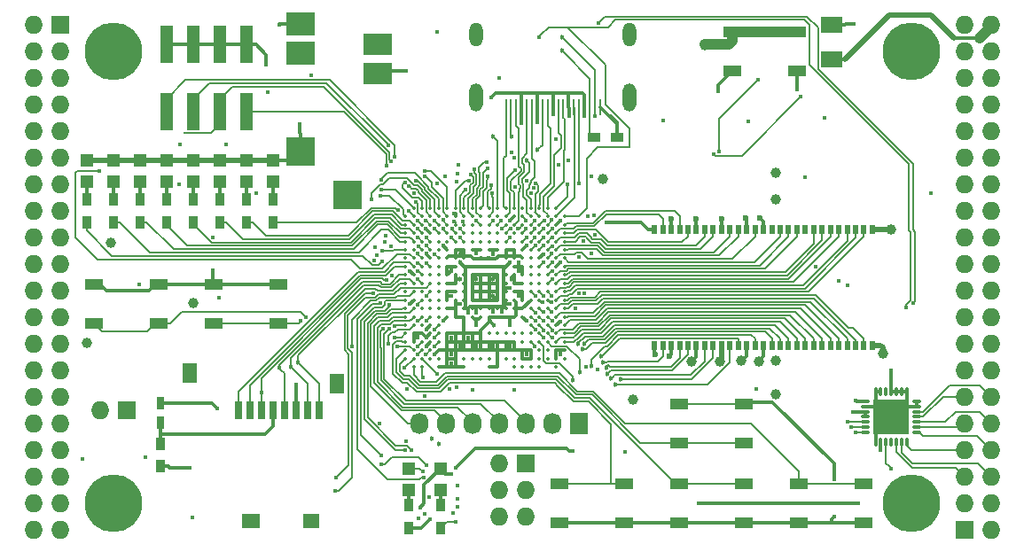
<source format=gtl>
G04 #@! TF.FileFunction,Copper,L1,Top,Signal*
%FSLAX46Y46*%
G04 Gerber Fmt 4.6, Leading zero omitted, Abs format (unit mm)*
G04 Created by KiCad (PCBNEW 4.0.5+dfsg1-4) date Thu Jul  6 11:20:48 2017*
%MOMM*%
%LPD*%
G01*
G04 APERTURE LIST*
%ADD10C,0.100000*%
%ADD11R,1.270000X3.600000*%
%ADD12C,0.350000*%
%ADD13R,2.032000X1.524000*%
%ADD14R,0.700000X1.800000*%
%ADD15R,1.600000X1.400000*%
%ADD16R,1.800000X1.400000*%
%ADD17R,1.400000X1.900000*%
%ADD18R,1.800000X1.100000*%
%ADD19R,1.198880X1.198880*%
%ADD20R,2.800000X2.200000*%
%ADD21R,2.800000X2.800000*%
%ADD22R,2.800000X2.000000*%
%ADD23R,0.560000X0.900000*%
%ADD24O,1.300000X2.700000*%
%ADD25O,1.300000X2.300000*%
%ADD26R,0.250000X1.600000*%
%ADD27R,1.727200X1.727200*%
%ADD28O,1.727200X1.727200*%
%ADD29C,5.500000*%
%ADD30R,1.200000X0.900000*%
%ADD31R,1.727200X2.032000*%
%ADD32O,1.727200X2.032000*%
%ADD33R,0.900000X1.200000*%
%ADD34R,0.750000X1.200000*%
%ADD35O,0.850000X0.300000*%
%ADD36O,0.300000X0.850000*%
%ADD37R,1.675000X1.675000*%
%ADD38C,0.400000*%
%ADD39C,1.000000*%
%ADD40C,0.600000*%
%ADD41C,0.454000*%
%ADD42C,0.300000*%
%ADD43C,0.500000*%
%ADD44C,1.000000*%
%ADD45C,0.190000*%
%ADD46C,0.200000*%
G04 APERTURE END LIST*
D10*
D11*
X108070000Y-70970000D03*
X110610000Y-70970000D03*
X113150000Y-70970000D03*
X115690000Y-70970000D03*
X115690000Y-64570000D03*
X113150000Y-64570000D03*
X110610000Y-64570000D03*
X108070000Y-64570000D03*
D12*
X131680000Y-80200000D03*
X132480000Y-80200000D03*
X133280000Y-80200000D03*
X134080000Y-80200000D03*
X134880000Y-80200000D03*
X135680000Y-80200000D03*
X136480000Y-80200000D03*
X137280000Y-80200000D03*
X138080000Y-80200000D03*
X138880000Y-80200000D03*
X139680000Y-80200000D03*
X140480000Y-80200000D03*
X141280000Y-80200000D03*
X142080000Y-80200000D03*
X142880000Y-80200000D03*
X143680000Y-80200000D03*
X144480000Y-80200000D03*
X145280000Y-80200000D03*
X130880000Y-81000000D03*
X131680000Y-81000000D03*
X132480000Y-81000000D03*
X133280000Y-81000000D03*
X134080000Y-81000000D03*
X134880000Y-81000000D03*
X135680000Y-81000000D03*
X136480000Y-81000000D03*
X137280000Y-81000000D03*
X138080000Y-81000000D03*
X138880000Y-81000000D03*
X139680000Y-81000000D03*
X140480000Y-81000000D03*
X141280000Y-81000000D03*
X142080000Y-81000000D03*
X142880000Y-81000000D03*
X143680000Y-81000000D03*
X144480000Y-81000000D03*
X145280000Y-81000000D03*
X146080000Y-81000000D03*
X130880000Y-81800000D03*
X131680000Y-81800000D03*
X132480000Y-81800000D03*
X133280000Y-81800000D03*
X134080000Y-81800000D03*
X134880000Y-81800000D03*
X135680000Y-81800000D03*
X136480000Y-81800000D03*
X137280000Y-81800000D03*
X138080000Y-81800000D03*
X138880000Y-81800000D03*
X139680000Y-81800000D03*
X140480000Y-81800000D03*
X141280000Y-81800000D03*
X142080000Y-81800000D03*
X142880000Y-81800000D03*
X143680000Y-81800000D03*
X144480000Y-81800000D03*
X145280000Y-81800000D03*
X146080000Y-81800000D03*
X130880000Y-82600000D03*
X131680000Y-82600000D03*
X132480000Y-82600000D03*
X133280000Y-82600000D03*
X134080000Y-82600000D03*
X134880000Y-82600000D03*
X135680000Y-82600000D03*
X136480000Y-82600000D03*
X137280000Y-82600000D03*
X138080000Y-82600000D03*
X138880000Y-82600000D03*
X139680000Y-82600000D03*
X140480000Y-82600000D03*
X141280000Y-82600000D03*
X142080000Y-82600000D03*
X142880000Y-82600000D03*
X143680000Y-82600000D03*
X144480000Y-82600000D03*
X145280000Y-82600000D03*
X146080000Y-82600000D03*
X130880000Y-83400000D03*
X131680000Y-83400000D03*
X132480000Y-83400000D03*
X133280000Y-83400000D03*
X134080000Y-83400000D03*
X134880000Y-83400000D03*
X135680000Y-83400000D03*
X136480000Y-83400000D03*
X137280000Y-83400000D03*
X138080000Y-83400000D03*
X138880000Y-83400000D03*
X139680000Y-83400000D03*
X140480000Y-83400000D03*
X141280000Y-83400000D03*
X142080000Y-83400000D03*
X142880000Y-83400000D03*
X143680000Y-83400000D03*
X144480000Y-83400000D03*
X145280000Y-83400000D03*
X146080000Y-83400000D03*
X130880000Y-84200000D03*
X131680000Y-84200000D03*
X132480000Y-84200000D03*
X133280000Y-84200000D03*
X134080000Y-84200000D03*
X134880000Y-84200000D03*
X135680000Y-84200000D03*
X136480000Y-84200000D03*
X137280000Y-84200000D03*
X138080000Y-84200000D03*
X138880000Y-84200000D03*
X139680000Y-84200000D03*
X140480000Y-84200000D03*
X141280000Y-84200000D03*
X142080000Y-84200000D03*
X142880000Y-84200000D03*
X143680000Y-84200000D03*
X144480000Y-84200000D03*
X145280000Y-84200000D03*
X146080000Y-84200000D03*
X130880000Y-85000000D03*
X131680000Y-85000000D03*
X132480000Y-85000000D03*
X133280000Y-85000000D03*
X134080000Y-85000000D03*
X134880000Y-85000000D03*
X135680000Y-85000000D03*
X136480000Y-85000000D03*
X137280000Y-85000000D03*
X138080000Y-85000000D03*
X138880000Y-85000000D03*
X139680000Y-85000000D03*
X140480000Y-85000000D03*
X141280000Y-85000000D03*
X142080000Y-85000000D03*
X142880000Y-85000000D03*
X143680000Y-85000000D03*
X144480000Y-85000000D03*
X145280000Y-85000000D03*
X146080000Y-85000000D03*
X130880000Y-85800000D03*
X131680000Y-85800000D03*
X132480000Y-85800000D03*
X133280000Y-85800000D03*
X134080000Y-85800000D03*
X134880000Y-85800000D03*
X135680000Y-85800000D03*
X136480000Y-85800000D03*
X137280000Y-85800000D03*
X138080000Y-85800000D03*
X138880000Y-85800000D03*
X139680000Y-85800000D03*
X140480000Y-85800000D03*
X141280000Y-85800000D03*
X142080000Y-85800000D03*
X142880000Y-85800000D03*
X143680000Y-85800000D03*
X144480000Y-85800000D03*
X145280000Y-85800000D03*
X146080000Y-85800000D03*
X130880000Y-86600000D03*
X131680000Y-86600000D03*
X132480000Y-86600000D03*
X133280000Y-86600000D03*
X134080000Y-86600000D03*
X134880000Y-86600000D03*
X135680000Y-86600000D03*
X136480000Y-86600000D03*
X137280000Y-86600000D03*
X138080000Y-86600000D03*
X138880000Y-86600000D03*
X139680000Y-86600000D03*
X140480000Y-86600000D03*
X141280000Y-86600000D03*
X142080000Y-86600000D03*
X142880000Y-86600000D03*
X143680000Y-86600000D03*
X144480000Y-86600000D03*
X145280000Y-86600000D03*
X146080000Y-86600000D03*
X130880000Y-87400000D03*
X131680000Y-87400000D03*
X132480000Y-87400000D03*
X133280000Y-87400000D03*
X134080000Y-87400000D03*
X134880000Y-87400000D03*
X135680000Y-87400000D03*
X136480000Y-87400000D03*
X137280000Y-87400000D03*
X138080000Y-87400000D03*
X138880000Y-87400000D03*
X139680000Y-87400000D03*
X140480000Y-87400000D03*
X141280000Y-87400000D03*
X142080000Y-87400000D03*
X142880000Y-87400000D03*
X143680000Y-87400000D03*
X144480000Y-87400000D03*
X145280000Y-87400000D03*
X146080000Y-87400000D03*
X130880000Y-88200000D03*
X131680000Y-88200000D03*
X132480000Y-88200000D03*
X133280000Y-88200000D03*
X134080000Y-88200000D03*
X134880000Y-88200000D03*
X135680000Y-88200000D03*
X136480000Y-88200000D03*
X137280000Y-88200000D03*
X138080000Y-88200000D03*
X138880000Y-88200000D03*
X139680000Y-88200000D03*
X140480000Y-88200000D03*
X141280000Y-88200000D03*
X142080000Y-88200000D03*
X142880000Y-88200000D03*
X143680000Y-88200000D03*
X144480000Y-88200000D03*
X145280000Y-88200000D03*
X146080000Y-88200000D03*
X130880000Y-89000000D03*
X131680000Y-89000000D03*
X132480000Y-89000000D03*
X133280000Y-89000000D03*
X134080000Y-89000000D03*
X134880000Y-89000000D03*
X135680000Y-89000000D03*
X136480000Y-89000000D03*
X137280000Y-89000000D03*
X138080000Y-89000000D03*
X138880000Y-89000000D03*
X139680000Y-89000000D03*
X140480000Y-89000000D03*
X141280000Y-89000000D03*
X142080000Y-89000000D03*
X142880000Y-89000000D03*
X143680000Y-89000000D03*
X144480000Y-89000000D03*
X145280000Y-89000000D03*
X146080000Y-89000000D03*
X130880000Y-89800000D03*
X131680000Y-89800000D03*
X132480000Y-89800000D03*
X133280000Y-89800000D03*
X134080000Y-89800000D03*
X134880000Y-89800000D03*
X135680000Y-89800000D03*
X136480000Y-89800000D03*
X137280000Y-89800000D03*
X138080000Y-89800000D03*
X138880000Y-89800000D03*
X139680000Y-89800000D03*
X140480000Y-89800000D03*
X141280000Y-89800000D03*
X142080000Y-89800000D03*
X142880000Y-89800000D03*
X143680000Y-89800000D03*
X144480000Y-89800000D03*
X145280000Y-89800000D03*
X146080000Y-89800000D03*
X130880000Y-90600000D03*
X131680000Y-90600000D03*
X132480000Y-90600000D03*
X133280000Y-90600000D03*
X134080000Y-90600000D03*
X134880000Y-90600000D03*
X135680000Y-90600000D03*
X136480000Y-90600000D03*
X137280000Y-90600000D03*
X138080000Y-90600000D03*
X138880000Y-90600000D03*
X139680000Y-90600000D03*
X140480000Y-90600000D03*
X141280000Y-90600000D03*
X142080000Y-90600000D03*
X142880000Y-90600000D03*
X143680000Y-90600000D03*
X144480000Y-90600000D03*
X145280000Y-90600000D03*
X146080000Y-90600000D03*
X130880000Y-91400000D03*
X131680000Y-91400000D03*
X132480000Y-91400000D03*
X133280000Y-91400000D03*
X134080000Y-91400000D03*
X142880000Y-91400000D03*
X143680000Y-91400000D03*
X144480000Y-91400000D03*
X145280000Y-91400000D03*
X146080000Y-91400000D03*
X130880000Y-92200000D03*
X131680000Y-92200000D03*
X132480000Y-92200000D03*
X133280000Y-92200000D03*
X134080000Y-92200000D03*
X134880000Y-92200000D03*
X135680000Y-92200000D03*
X136480000Y-92200000D03*
X137280000Y-92200000D03*
X138080000Y-92200000D03*
X138880000Y-92200000D03*
X139680000Y-92200000D03*
X140480000Y-92200000D03*
X141280000Y-92200000D03*
X142080000Y-92200000D03*
X142880000Y-92200000D03*
X143680000Y-92200000D03*
X144480000Y-92200000D03*
X145280000Y-92200000D03*
X146080000Y-92200000D03*
X130880000Y-93000000D03*
X131680000Y-93000000D03*
X132480000Y-93000000D03*
X133280000Y-93000000D03*
X134080000Y-93000000D03*
X134880000Y-93000000D03*
X135680000Y-93000000D03*
X136480000Y-93000000D03*
X137280000Y-93000000D03*
X138080000Y-93000000D03*
X138880000Y-93000000D03*
X139680000Y-93000000D03*
X140480000Y-93000000D03*
X141280000Y-93000000D03*
X142080000Y-93000000D03*
X142880000Y-93000000D03*
X143680000Y-93000000D03*
X144480000Y-93000000D03*
X145280000Y-93000000D03*
X146080000Y-93000000D03*
X130880000Y-93800000D03*
X131680000Y-93800000D03*
X132480000Y-93800000D03*
X133280000Y-93800000D03*
X134080000Y-93800000D03*
X134880000Y-93800000D03*
X135680000Y-93800000D03*
X136480000Y-93800000D03*
X137280000Y-93800000D03*
X138080000Y-93800000D03*
X138880000Y-93800000D03*
X139680000Y-93800000D03*
X140480000Y-93800000D03*
X141280000Y-93800000D03*
X142080000Y-93800000D03*
X142880000Y-93800000D03*
X143680000Y-93800000D03*
X144480000Y-93800000D03*
X145280000Y-93800000D03*
X146080000Y-93800000D03*
X130880000Y-94600000D03*
X131680000Y-94600000D03*
X132480000Y-94600000D03*
X133280000Y-94600000D03*
X134080000Y-94600000D03*
X134880000Y-94600000D03*
X135680000Y-94600000D03*
X136480000Y-94600000D03*
X137280000Y-94600000D03*
X138080000Y-94600000D03*
X138880000Y-94600000D03*
X139680000Y-94600000D03*
X140480000Y-94600000D03*
X141280000Y-94600000D03*
X142080000Y-94600000D03*
X142880000Y-94600000D03*
X143680000Y-94600000D03*
X144480000Y-94600000D03*
X145280000Y-94600000D03*
X146080000Y-94600000D03*
X131680000Y-95400000D03*
X132480000Y-95400000D03*
X134080000Y-95400000D03*
X134880000Y-95400000D03*
X135680000Y-95400000D03*
X136480000Y-95400000D03*
X138880000Y-95400000D03*
X139680000Y-95400000D03*
X141280000Y-95400000D03*
X142080000Y-95400000D03*
X142880000Y-95400000D03*
X143680000Y-95400000D03*
X145280000Y-95400000D03*
D13*
X171570000Y-65992000D03*
X171570000Y-62690000D03*
D14*
X114930000Y-99520000D03*
X116030000Y-99520000D03*
X117130000Y-99520000D03*
X118230000Y-99520000D03*
X119330000Y-99520000D03*
X120430000Y-99520000D03*
X121530000Y-99520000D03*
X122630000Y-99520000D03*
D15*
X121920000Y-110120000D03*
D16*
X116120000Y-110120000D03*
D17*
X124320000Y-96970000D03*
X110270000Y-95970000D03*
D18*
X101160000Y-87510000D03*
X107360000Y-87510000D03*
X101160000Y-91210000D03*
X107360000Y-91210000D03*
X112590000Y-87510000D03*
X118790000Y-87510000D03*
X112590000Y-91210000D03*
X118790000Y-91210000D03*
X157040000Y-98940000D03*
X163240000Y-98940000D03*
X157040000Y-102640000D03*
X163240000Y-102640000D03*
X163240000Y-110260000D03*
X157040000Y-110260000D03*
X163240000Y-106560000D03*
X157040000Y-106560000D03*
X151810000Y-110260000D03*
X145610000Y-110260000D03*
X151810000Y-106560000D03*
X145610000Y-106560000D03*
X174670000Y-110260000D03*
X168470000Y-110260000D03*
X174670000Y-106560000D03*
X168470000Y-106560000D03*
D19*
X118230000Y-77709020D03*
X118230000Y-75610980D03*
X115690000Y-77709020D03*
X115690000Y-75610980D03*
X113150000Y-77709020D03*
X113150000Y-75610980D03*
X110610000Y-77709020D03*
X110610000Y-75610980D03*
X108070000Y-77709020D03*
X108070000Y-75610980D03*
X105530000Y-77709020D03*
X105530000Y-75610980D03*
X102990000Y-77709020D03*
X102990000Y-75610980D03*
X100450000Y-77709020D03*
X100450000Y-75610980D03*
D20*
X120880000Y-62640000D03*
X120880000Y-65440000D03*
D21*
X120880000Y-74840000D03*
X125330000Y-78940000D03*
D22*
X128280000Y-67340000D03*
X128280000Y-64540000D03*
D23*
X175480000Y-82270000D03*
X154680000Y-93330000D03*
X155480000Y-93330000D03*
X156280000Y-93330000D03*
X157080000Y-93330000D03*
X157880000Y-93330000D03*
X158680000Y-93330000D03*
X159480000Y-93330000D03*
X160280000Y-93330000D03*
X161080000Y-93330000D03*
X161880000Y-93330000D03*
X162680000Y-93330000D03*
X163480000Y-93330000D03*
X164280000Y-93330000D03*
X165080000Y-93330000D03*
X165880000Y-93330000D03*
X166680000Y-93330000D03*
X167480000Y-93330000D03*
X168280000Y-93330000D03*
X169080000Y-93330000D03*
X169880000Y-93330000D03*
X170680000Y-93330000D03*
X171480000Y-93330000D03*
X172280000Y-93330000D03*
X173080000Y-93330000D03*
X173880000Y-93330000D03*
X174680000Y-93330000D03*
X175480000Y-93330000D03*
X174680000Y-82270000D03*
X173880000Y-82270000D03*
X173080000Y-82270000D03*
X172280000Y-82270000D03*
X171480000Y-82270000D03*
X170680000Y-82270000D03*
X169880000Y-82270000D03*
X169080000Y-82270000D03*
X168280000Y-82270000D03*
X167480000Y-82270000D03*
X166680000Y-82270000D03*
X165880000Y-82270000D03*
X165080000Y-82270000D03*
X164280000Y-82270000D03*
X163480000Y-82270000D03*
X162680000Y-82270000D03*
X161880000Y-82270000D03*
X161080000Y-82270000D03*
X160280000Y-82270000D03*
X159480000Y-82270000D03*
X158680000Y-82270000D03*
X157880000Y-82270000D03*
X157080000Y-82270000D03*
X156280000Y-82270000D03*
X155480000Y-82270000D03*
X154680000Y-82270000D03*
D24*
X152280000Y-69650000D03*
X137680000Y-69650000D03*
D25*
X137680000Y-63600000D03*
D26*
X140480000Y-70600000D03*
X140980000Y-70600000D03*
X141480000Y-70600000D03*
X141980000Y-70600000D03*
X142480000Y-70600000D03*
X142980000Y-70600000D03*
X143480000Y-70600000D03*
X143980000Y-70600000D03*
X144480000Y-70600000D03*
X144980000Y-70600000D03*
X145480000Y-70600000D03*
X145980000Y-70600000D03*
X146480000Y-70600000D03*
X146980000Y-70600000D03*
X147480000Y-70600000D03*
X147980000Y-70600000D03*
X148480000Y-70600000D03*
X148980000Y-70600000D03*
X149480000Y-70600000D03*
D25*
X152280000Y-63600000D03*
D27*
X97910000Y-62690000D03*
D28*
X95370000Y-62690000D03*
X97910000Y-65230000D03*
X95370000Y-65230000D03*
X97910000Y-67770000D03*
X95370000Y-67770000D03*
X97910000Y-70310000D03*
X95370000Y-70310000D03*
X97910000Y-72850000D03*
X95370000Y-72850000D03*
X97910000Y-75390000D03*
X95370000Y-75390000D03*
X97910000Y-77930000D03*
X95370000Y-77930000D03*
X97910000Y-80470000D03*
X95370000Y-80470000D03*
X97910000Y-83010000D03*
X95370000Y-83010000D03*
X97910000Y-85550000D03*
X95370000Y-85550000D03*
X97910000Y-88090000D03*
X95370000Y-88090000D03*
X97910000Y-90630000D03*
X95370000Y-90630000D03*
X97910000Y-93170000D03*
X95370000Y-93170000D03*
X97910000Y-95710000D03*
X95370000Y-95710000D03*
X97910000Y-98250000D03*
X95370000Y-98250000D03*
X97910000Y-100790000D03*
X95370000Y-100790000D03*
X97910000Y-103330000D03*
X95370000Y-103330000D03*
X97910000Y-105870000D03*
X95370000Y-105870000D03*
X97910000Y-108410000D03*
X95370000Y-108410000D03*
X97910000Y-110950000D03*
X95370000Y-110950000D03*
D27*
X184270000Y-110950000D03*
D28*
X186810000Y-110950000D03*
X184270000Y-108410000D03*
X186810000Y-108410000D03*
X184270000Y-105870000D03*
X186810000Y-105870000D03*
X184270000Y-103330000D03*
X186810000Y-103330000D03*
X184270000Y-100790000D03*
X186810000Y-100790000D03*
X184270000Y-98250000D03*
X186810000Y-98250000D03*
X184270000Y-95710000D03*
X186810000Y-95710000D03*
X184270000Y-93170000D03*
X186810000Y-93170000D03*
X184270000Y-90630000D03*
X186810000Y-90630000D03*
X184270000Y-88090000D03*
X186810000Y-88090000D03*
X184270000Y-85550000D03*
X186810000Y-85550000D03*
X184270000Y-83010000D03*
X186810000Y-83010000D03*
X184270000Y-80470000D03*
X186810000Y-80470000D03*
X184270000Y-77930000D03*
X186810000Y-77930000D03*
X184270000Y-75390000D03*
X186810000Y-75390000D03*
X184270000Y-72850000D03*
X186810000Y-72850000D03*
X184270000Y-70310000D03*
X186810000Y-70310000D03*
X184270000Y-67770000D03*
X186810000Y-67770000D03*
X184270000Y-65230000D03*
X186810000Y-65230000D03*
X184270000Y-62690000D03*
X186810000Y-62690000D03*
D29*
X102990000Y-108410000D03*
X179190000Y-108410000D03*
X179190000Y-65230000D03*
X102990000Y-65230000D03*
D18*
X168320000Y-67080000D03*
X162120000Y-67080000D03*
X168320000Y-63380000D03*
X162120000Y-63380000D03*
D30*
X151080000Y-73485000D03*
X148880000Y-73485000D03*
D27*
X104260000Y-99520000D03*
D28*
X101720000Y-99520000D03*
D31*
X147440000Y-100790000D03*
D32*
X144900000Y-100790000D03*
X142360000Y-100790000D03*
X139820000Y-100790000D03*
X137280000Y-100790000D03*
X134740000Y-100790000D03*
X132200000Y-100790000D03*
D19*
X131184000Y-105074980D03*
X131184000Y-107173020D03*
X134232000Y-107173020D03*
X134232000Y-105074980D03*
D33*
X131184000Y-108580000D03*
X131184000Y-110780000D03*
X134232000Y-110780000D03*
X134232000Y-108580000D03*
D34*
X107480000Y-100750000D03*
X107480000Y-98850000D03*
D33*
X107480000Y-102700000D03*
X107480000Y-104900000D03*
D27*
X142360000Y-104600000D03*
D28*
X139820000Y-104600000D03*
X142360000Y-107140000D03*
X139820000Y-107140000D03*
X142360000Y-109680000D03*
X139820000Y-109680000D03*
D33*
X118230000Y-81570000D03*
X118230000Y-79370000D03*
X115690000Y-81570000D03*
X115690000Y-79370000D03*
X113150000Y-81570000D03*
X113150000Y-79370000D03*
X110610000Y-81570000D03*
X110610000Y-79370000D03*
X108070000Y-81570000D03*
X108070000Y-79370000D03*
X105530000Y-81570000D03*
X105530000Y-79370000D03*
X102990000Y-81570000D03*
X102990000Y-79370000D03*
X100450000Y-81570000D03*
X100450000Y-79370000D03*
D35*
X179735000Y-101655000D03*
X179735000Y-101155000D03*
X179735000Y-100655000D03*
X179735000Y-100155000D03*
X179735000Y-99655000D03*
X179735000Y-99155000D03*
X179735000Y-98655000D03*
D36*
X178785000Y-97705000D03*
X178285000Y-97705000D03*
X177785000Y-97705000D03*
X177285000Y-97705000D03*
X176785000Y-97705000D03*
X176285000Y-97705000D03*
X175785000Y-97705000D03*
D35*
X174835000Y-98655000D03*
X174835000Y-99155000D03*
X174835000Y-99655000D03*
X174835000Y-100155000D03*
X174835000Y-100655000D03*
X174835000Y-101155000D03*
X174835000Y-101655000D03*
D36*
X175785000Y-102605000D03*
X176285000Y-102605000D03*
X176785000Y-102605000D03*
X177285000Y-102605000D03*
X177785000Y-102605000D03*
X178285000Y-102605000D03*
X178785000Y-102605000D03*
D37*
X176447500Y-99317500D03*
X176447500Y-100992500D03*
X178122500Y-99317500D03*
X178122500Y-100992500D03*
D38*
X146526413Y-71377791D03*
X147987361Y-71377791D03*
X144102010Y-84600000D03*
X144995724Y-71208517D03*
X132880424Y-84561218D03*
X135567436Y-80702302D03*
X132810347Y-82177990D03*
X145713035Y-91022010D03*
X145680000Y-94177990D03*
X177285000Y-95710000D03*
D39*
X177229911Y-82281349D03*
D38*
X170046000Y-85804000D03*
D40*
X164741832Y-81130572D03*
D38*
X120770000Y-72215000D03*
X133216000Y-109934000D03*
D40*
X161067993Y-81216119D03*
D39*
X158233687Y-94852616D03*
X162992748Y-94820185D03*
D38*
X143485784Y-72030166D03*
X141993027Y-72056172D03*
D40*
X156280000Y-81210838D03*
D38*
X112935911Y-99344089D03*
X131254529Y-86251357D03*
D39*
X159480000Y-64600000D03*
D38*
X140880000Y-81400000D03*
X136085174Y-89394826D03*
X145680000Y-81400000D03*
X139080000Y-69600000D03*
X120430000Y-97050000D03*
X150080000Y-81600000D03*
X131280000Y-89400000D03*
X133690245Y-94180159D03*
D41*
X139312644Y-91359700D03*
D38*
X140874194Y-91433353D03*
X145680000Y-85422010D03*
X135280000Y-95000000D03*
X135280000Y-94200000D03*
X142480000Y-94200000D03*
X140880000Y-93400000D03*
X139280000Y-93400000D03*
X137680000Y-93400000D03*
X136080000Y-93400000D03*
X136880000Y-92600000D03*
X135280000Y-92600000D03*
X132880000Y-91800000D03*
X132880000Y-93400000D03*
D41*
X141042859Y-86994997D03*
X139280000Y-87000000D03*
X136110990Y-86995403D03*
X139280000Y-88600000D03*
X137680000Y-87000000D03*
X136080000Y-84600000D03*
D38*
X150457224Y-71377791D03*
D39*
X166233987Y-97964769D03*
D38*
X172289562Y-87124051D03*
D39*
X166251010Y-79388894D03*
X166251010Y-76826063D03*
D38*
X133157010Y-107839890D03*
D39*
X102731849Y-83486234D03*
D38*
X173680000Y-62600000D03*
D39*
X166280000Y-94800000D03*
D38*
X148639876Y-77154704D03*
D39*
X149751640Y-77454704D03*
D38*
X116654336Y-78777990D03*
X121902031Y-67532835D03*
X173620534Y-99657935D03*
X173902378Y-98625522D03*
X176285000Y-103330000D03*
D39*
X176474303Y-94069095D03*
D38*
X173094000Y-87582000D03*
X164387711Y-97506234D03*
D39*
X100479904Y-93063904D03*
D38*
X109315000Y-77930000D03*
D40*
X163422030Y-81120665D03*
X154726292Y-94171363D03*
X156077107Y-94380779D03*
D39*
X160908408Y-94850523D03*
D40*
X158680000Y-81210838D03*
D38*
X170935000Y-71580000D03*
X112515000Y-83010000D03*
X133880000Y-63400000D03*
X181065000Y-78785000D03*
X128441330Y-100795881D03*
X110529662Y-109760338D03*
X110280000Y-105000000D03*
X100080000Y-104200000D03*
X113080000Y-88800000D03*
X139820000Y-67770000D03*
D39*
X164653770Y-94825547D03*
D38*
X137665894Y-91402446D03*
X135273306Y-88618602D03*
X139272517Y-84611349D03*
X137680556Y-84534085D03*
X141680000Y-86200000D03*
X135280000Y-86200000D03*
X132880000Y-92600000D03*
X132080000Y-92600000D03*
X141680000Y-88600000D03*
X141680000Y-85400000D03*
D39*
X152621047Y-98519969D03*
D38*
X136885174Y-90194826D03*
X140094890Y-90122990D03*
X139280000Y-90122990D03*
X140880000Y-89400000D03*
X137680000Y-90172990D03*
X140880000Y-87800000D03*
X140880000Y-85400000D03*
D41*
X136080000Y-85400000D03*
D38*
X129842442Y-91487871D03*
X121408624Y-90632457D03*
X129838418Y-92539772D03*
X120880000Y-91000000D03*
D39*
X110617371Y-89287199D03*
D38*
X142480000Y-91000000D03*
X142480000Y-83800000D03*
X134480000Y-83800000D03*
X134480000Y-91000000D03*
X155480000Y-71804802D03*
X117749531Y-69139021D03*
X105462439Y-87482966D03*
X174110000Y-108410000D03*
X158870000Y-108410000D03*
X135884156Y-106696010D03*
X137288700Y-97538741D03*
X133680000Y-91800000D03*
D41*
X134074414Y-102752225D03*
D38*
X135085458Y-97531790D03*
X135855186Y-108022639D03*
D41*
X133449289Y-102232615D03*
D38*
X133680000Y-92600000D03*
X132752670Y-98178920D03*
X128610113Y-104714568D03*
X132918584Y-104800000D03*
X135853254Y-108792386D03*
X133685668Y-93402482D03*
X130914528Y-102469652D03*
X131039363Y-97487286D03*
X135471949Y-109365878D03*
X132846234Y-94197073D03*
X118858690Y-62658970D03*
X130927442Y-67119621D03*
D41*
X145851858Y-65189228D03*
D38*
X148991194Y-71377791D03*
D41*
X145873729Y-63920849D03*
D38*
X178665908Y-89713903D03*
X143650666Y-63862520D03*
X179375977Y-89317806D03*
X149303407Y-62527990D03*
X140035989Y-81400000D03*
X132077895Y-86272150D03*
X129095296Y-87048250D03*
X117121665Y-97817265D03*
X118843798Y-95498222D03*
D41*
X119978162Y-95412951D03*
X120634035Y-94977604D03*
D38*
X168319170Y-68882010D03*
X160775000Y-69040000D03*
X147480000Y-77822010D03*
X146387166Y-77918991D03*
X131453853Y-103296209D03*
X144891634Y-91008466D03*
D41*
X148653935Y-95249010D03*
D38*
X144867244Y-90164455D03*
D41*
X149619858Y-94378867D03*
X150895161Y-97104924D03*
D38*
X144890381Y-83866022D03*
D41*
X151426924Y-96584651D03*
D38*
X144894101Y-83022010D03*
D41*
X150518912Y-96497510D03*
D38*
X144901285Y-86268736D03*
D41*
X150197861Y-96013257D03*
D38*
X144888562Y-86993817D03*
D41*
X150072035Y-95446034D03*
D38*
X144877648Y-88622010D03*
X144810610Y-89177990D03*
D41*
X149779241Y-94944191D03*
D38*
X144895773Y-91874444D03*
D41*
X147777713Y-93691005D03*
X147399581Y-93209136D03*
D38*
X144102010Y-92600000D03*
D41*
X147990903Y-93150519D03*
D38*
X144882352Y-92577990D03*
X130807074Y-95454141D03*
X130124012Y-93413277D03*
X132080000Y-93400000D03*
X129279152Y-93216670D03*
X133919980Y-96038729D03*
X141280000Y-97600000D03*
X132572818Y-96383863D03*
X135770000Y-97338127D03*
X132080000Y-94200000D03*
X128701202Y-84307695D03*
X106080000Y-104000000D03*
X129334585Y-89482640D03*
X132080000Y-89444020D03*
X130839486Y-103354982D03*
X128602801Y-103872537D03*
X132656192Y-105976192D03*
X128490573Y-89279880D03*
X132880000Y-88600000D03*
X127816438Y-88312067D03*
X124253981Y-105982535D03*
X132080000Y-87000000D03*
X125827283Y-93452662D03*
X124202418Y-107207639D03*
D41*
X139225799Y-73337665D03*
X141029139Y-73391006D03*
X142492534Y-75655828D03*
X143525587Y-74622774D03*
D38*
X113785000Y-74120000D03*
X132150284Y-109889120D03*
X109340000Y-74120000D03*
X132748035Y-109420684D03*
X135567436Y-81489225D03*
X135767546Y-77648547D03*
X134702010Y-77200000D03*
X134471354Y-81347908D03*
X132761172Y-77202673D03*
X132737245Y-76676207D03*
X128545566Y-77476577D03*
X127643658Y-79355564D03*
X128515897Y-78994176D03*
X128569727Y-78469921D03*
X131230910Y-78113843D03*
X131709326Y-78745875D03*
X132783332Y-81399993D03*
X128988294Y-82862159D03*
X132084821Y-83022010D03*
X128914082Y-83440123D03*
X132886504Y-83777990D03*
X129500613Y-83866021D03*
X132117443Y-83866021D03*
X127987000Y-83903532D03*
X132079996Y-84503337D03*
X128121692Y-84749338D03*
X133671942Y-84595200D03*
X132875802Y-85428138D03*
X127940419Y-85244193D03*
D41*
X146862501Y-96617499D03*
X147534467Y-95913260D03*
D38*
X148102806Y-95339021D03*
X143280000Y-91000000D03*
X149207706Y-95605291D03*
X144082424Y-90132858D03*
X143989948Y-89177990D03*
X147125926Y-89802879D03*
X143281824Y-90201951D03*
X144102010Y-85397219D03*
X147422472Y-84858593D03*
X144886544Y-85385186D03*
X144102010Y-83000000D03*
X148975652Y-82755341D03*
X144885092Y-82177990D03*
X147470668Y-88324835D03*
X144082832Y-88584510D03*
X147997681Y-88324844D03*
X143278026Y-88595030D03*
X144102010Y-82185600D03*
X148935852Y-80899014D03*
X148337768Y-80975785D03*
X144866392Y-81333979D03*
X139280000Y-81400000D03*
X139145358Y-78809170D03*
X139040624Y-78036724D03*
X138723613Y-77165705D03*
X138663568Y-75840437D03*
X138716105Y-76425854D03*
X137680000Y-81400000D03*
X137498321Y-76510532D03*
X137116016Y-76974740D03*
X136928568Y-77562978D03*
X136634118Y-78451672D03*
X136411444Y-81497309D03*
X135971329Y-76094515D03*
X148668800Y-84550385D03*
X144877691Y-84532933D03*
X144102010Y-83800000D03*
X147894174Y-83335809D03*
X142851623Y-78759750D03*
X142473549Y-82998913D03*
X143105106Y-78295223D03*
X142396423Y-82191394D03*
X145494012Y-76055333D03*
X144146021Y-81374784D03*
X143331797Y-77819457D03*
X146477975Y-75672010D03*
X143257990Y-82207154D03*
X143257990Y-81379632D03*
X145295462Y-73599855D03*
X141384492Y-78199263D03*
X141657990Y-82130345D03*
X142413979Y-81382236D03*
X140080000Y-82200000D03*
X141406987Y-76554996D03*
X141046643Y-74873804D03*
X140864029Y-83041403D03*
X141304511Y-75418570D03*
X140924011Y-82179283D03*
X132880000Y-83022010D03*
X129599528Y-86644074D03*
X132080000Y-82177990D03*
X132080000Y-81400000D03*
X131847310Y-79589886D03*
X130856828Y-77742623D03*
X131923295Y-77584853D03*
X133654358Y-82177990D03*
X133627343Y-81396408D03*
X129306502Y-91735782D03*
X132880000Y-91000000D03*
X128743234Y-91729555D03*
X132077648Y-90977990D03*
X130173445Y-80398223D03*
X131180000Y-80500000D03*
X132079620Y-85428138D03*
X128652115Y-85328782D03*
X163632576Y-71913912D03*
X133922194Y-77854836D03*
X134501414Y-82177578D03*
X135680000Y-110200000D03*
X146844288Y-103452739D03*
X132540000Y-105400000D03*
X135680000Y-105037990D03*
X132280000Y-108800000D03*
X135248000Y-105616000D03*
X101631196Y-76659251D03*
X112515000Y-86185000D03*
X171848675Y-109695905D03*
X171824000Y-106124000D03*
X162842298Y-98762298D03*
X160316348Y-75042641D03*
X143257990Y-83000000D03*
X168669128Y-69578121D03*
X151896383Y-103510715D03*
X169030000Y-77295000D03*
X177274002Y-105079115D03*
X143258015Y-93423150D03*
X173867913Y-101655141D03*
X143280000Y-91800000D03*
X144064831Y-91877646D03*
X173497957Y-101157615D03*
X173102681Y-100658357D03*
X144080000Y-91000000D03*
X117595000Y-66500000D03*
X129870959Y-75314435D03*
X135345425Y-82176814D03*
X129261260Y-74177766D03*
X135830698Y-76905381D03*
X136080000Y-82200000D03*
X129549848Y-75736445D03*
X136080000Y-83000000D03*
X129068266Y-76134206D03*
X135280000Y-83022010D03*
X160854413Y-74794248D03*
X164583094Y-67962523D03*
X142480000Y-77600000D03*
X143280000Y-83800000D03*
D42*
X147987361Y-71094949D02*
X147987361Y-71377791D01*
X146526413Y-70646413D02*
X146526413Y-71094949D01*
X147987361Y-70607361D02*
X147987361Y-71094949D01*
X146480000Y-70600000D02*
X146526413Y-70646413D01*
X147980000Y-70600000D02*
X147987361Y-70607361D01*
X146526413Y-71094949D02*
X146526413Y-71377791D01*
X143680000Y-85000000D02*
X144080000Y-84600000D01*
X144080000Y-84600000D02*
X144102010Y-84600000D01*
X144995724Y-70615724D02*
X144995724Y-70925675D01*
X144980000Y-70600000D02*
X144995724Y-70615724D01*
X144995724Y-70925675D02*
X144995724Y-71208517D01*
X132880424Y-84600424D02*
X132880424Y-84561218D01*
X133280000Y-85000000D02*
X132880424Y-84600424D01*
X135680000Y-80752513D02*
X135629789Y-80702302D01*
X135629789Y-80702302D02*
X135567436Y-80702302D01*
X135680000Y-81000000D02*
X135680000Y-80752513D01*
X132857990Y-82177990D02*
X132810347Y-82177990D01*
X133280000Y-82600000D02*
X132857990Y-82177990D01*
X145657990Y-91022010D02*
X145713035Y-91022010D01*
X145280000Y-91400000D02*
X145657990Y-91022010D01*
X145680000Y-93800000D02*
X145680000Y-94177990D01*
X178785000Y-97705000D02*
X178785000Y-98655000D01*
X178785000Y-98655000D02*
X178122500Y-99317500D01*
X176285000Y-97705000D02*
X175785000Y-97705000D01*
X175785000Y-102605000D02*
X175785000Y-101655000D01*
X175785000Y-101655000D02*
X176447500Y-100992500D01*
X178122500Y-99317500D02*
X178122500Y-100992500D01*
X176447500Y-99317500D02*
X178122500Y-99317500D01*
X176447500Y-100992500D02*
X178122500Y-100992500D01*
X177285000Y-97705000D02*
X177285000Y-95710000D01*
X178122500Y-99317500D02*
X178285000Y-99155000D01*
X178285000Y-99155000D02*
X179735000Y-99155000D01*
X179735000Y-98655000D02*
X179735000Y-99155000D01*
X177785000Y-97705000D02*
X177920000Y-97705000D01*
X177920000Y-97705000D02*
X178285000Y-97705000D01*
X178285000Y-97705000D02*
X178785000Y-97705000D01*
X177285000Y-97705000D02*
X177785000Y-97705000D01*
X175785000Y-97705000D02*
X175785000Y-98655000D01*
X175785000Y-98655000D02*
X176447500Y-99317500D01*
X174835000Y-99155000D02*
X176285000Y-99155000D01*
X176285000Y-99155000D02*
X176447500Y-99317500D01*
X177241260Y-82270000D02*
X177229911Y-82281349D01*
X164941831Y-81330571D02*
X164741832Y-81130572D01*
X165080000Y-81468740D02*
X164941831Y-81330571D01*
X165080000Y-82270000D02*
X165080000Y-81468740D01*
X120770000Y-73030000D02*
X120770000Y-72215000D01*
X120880000Y-74840000D02*
X120880000Y-73140000D01*
X120880000Y-73140000D02*
X120770000Y-73030000D01*
X118230000Y-75610980D02*
X120109020Y-75610980D01*
X120109020Y-75610980D02*
X120880000Y-74840000D01*
X131184000Y-110780000D02*
X132368460Y-110780000D01*
X132368460Y-110780000D02*
X133214460Y-109934000D01*
X133214460Y-109934000D02*
X133216000Y-109934000D01*
X142280000Y-69200000D02*
X141880000Y-69200000D01*
X141980000Y-69300000D02*
X141880000Y-69200000D01*
X141880000Y-69200000D02*
X139480000Y-69200000D01*
X141980000Y-70600000D02*
X141980000Y-69300000D01*
X161080000Y-81228126D02*
X161067993Y-81216119D01*
X161080000Y-82270000D02*
X161080000Y-81228126D01*
D43*
X175480000Y-82270000D02*
X177241260Y-82270000D01*
D42*
X158680000Y-94406303D02*
X158433686Y-94652617D01*
X158433686Y-94652617D02*
X158233687Y-94852616D01*
X158680000Y-93330000D02*
X158680000Y-94406303D01*
X163192747Y-94620186D02*
X162992748Y-94820185D01*
X163480000Y-94332933D02*
X163192747Y-94620186D01*
X163480000Y-93330000D02*
X163480000Y-94332933D01*
X143480000Y-72024382D02*
X143485784Y-72030166D01*
X143480000Y-70600000D02*
X143480000Y-72024382D01*
X141980000Y-72043145D02*
X141993027Y-72056172D01*
X141980000Y-70600000D02*
X141980000Y-72043145D01*
X156280000Y-82270000D02*
X156280000Y-81210838D01*
X112735912Y-99144090D02*
X112935911Y-99344089D01*
X107480000Y-98850000D02*
X112441822Y-98850000D01*
X112441822Y-98850000D02*
X112735912Y-99144090D01*
X131331357Y-86251357D02*
X131254529Y-86251357D01*
X131680000Y-86600000D02*
X131331357Y-86251357D01*
D44*
X168320000Y-63380000D02*
X162120000Y-63380000D01*
X162120000Y-63380000D02*
X162120000Y-64230000D01*
X162120000Y-64230000D02*
X161755000Y-64595000D01*
X161755000Y-64595000D02*
X159485000Y-64595000D01*
D42*
X159485000Y-64595000D02*
X159480000Y-64600000D01*
X141280000Y-81000000D02*
X140880000Y-81400000D01*
X135685174Y-89394826D02*
X135802332Y-89394826D01*
X135680000Y-89400000D02*
X135685174Y-89394826D01*
X135802332Y-89394826D02*
X136085174Y-89394826D01*
X135054999Y-84825001D02*
X137080000Y-84825001D01*
X137280000Y-85000000D02*
X137105001Y-84825001D01*
X137105001Y-84825001D02*
X137080000Y-84825001D01*
X138280000Y-85088351D02*
X137368351Y-85088351D01*
X137368351Y-85088351D02*
X137280000Y-85000000D01*
X139680000Y-86600000D02*
X139280000Y-87000000D01*
X139680000Y-88200000D02*
X139680000Y-89000000D01*
X139680000Y-87400000D02*
X139680000Y-88200000D01*
X139680000Y-86600000D02*
X139680000Y-87400000D01*
X137280000Y-88200000D02*
X137280000Y-89000000D01*
X137280000Y-87400000D02*
X137280000Y-88200000D01*
X137280000Y-86600000D02*
X137280000Y-87400000D01*
X138880000Y-87400000D02*
X138880000Y-88200000D01*
X138880000Y-86600000D02*
X138880000Y-87400000D01*
X138080000Y-87400000D02*
X138080000Y-86600000D01*
X138080000Y-88200000D02*
X138080000Y-87400000D01*
X138080000Y-89000000D02*
X138080000Y-88200000D01*
X138080000Y-88200000D02*
X138880000Y-88200000D01*
X138080000Y-87400000D02*
X138880000Y-87400000D01*
X137280000Y-87400000D02*
X138080000Y-87400000D01*
X145454999Y-81625001D02*
X145680000Y-81400000D01*
X145280000Y-81800000D02*
X145454999Y-81625001D01*
X139480000Y-69200000D02*
X139080000Y-69600000D01*
X120430000Y-99520000D02*
X120430000Y-97050000D01*
X153430000Y-81600000D02*
X150080000Y-81600000D01*
X154680000Y-82270000D02*
X154100000Y-82270000D01*
X154100000Y-82270000D02*
X153430000Y-81600000D01*
X141480000Y-89800000D02*
X141480000Y-89200000D01*
X141480000Y-89200000D02*
X141280000Y-89000000D01*
X141280000Y-89800000D02*
X141480000Y-89800000D01*
X141480000Y-89800000D02*
X142080000Y-89800000D01*
X141454999Y-90425001D02*
X141454999Y-89825001D01*
X141454999Y-89825001D02*
X141480000Y-89800000D01*
X131680000Y-89000000D02*
X131280000Y-89400000D01*
X133699841Y-94180159D02*
X133690245Y-94180159D01*
X134080000Y-93800000D02*
X133699841Y-94180159D01*
X139085645Y-91132701D02*
X139312644Y-91359700D01*
X138880000Y-90927056D02*
X139085645Y-91132701D01*
X138880000Y-90600000D02*
X138880000Y-90927056D01*
X140874194Y-90605806D02*
X140874194Y-91150511D01*
X140880000Y-90600000D02*
X140874194Y-90605806D01*
X140874194Y-91150511D02*
X140874194Y-91433353D01*
X140480000Y-90600000D02*
X140880000Y-90600000D01*
X140880000Y-90600000D02*
X141280000Y-90600000D01*
X139680000Y-90600000D02*
X140480000Y-90600000D01*
X138880000Y-90600000D02*
X139680000Y-90600000D01*
X145280000Y-85800000D02*
X145657990Y-85422010D01*
X145657990Y-85422010D02*
X145680000Y-85422010D01*
X141280000Y-85000000D02*
X141280000Y-84800000D01*
X141280000Y-84200000D02*
X141280000Y-85000000D01*
X140480000Y-84200000D02*
X141280000Y-84200000D01*
X141280000Y-84800000D02*
X141280000Y-84200000D01*
X141905001Y-84825001D02*
X141305001Y-84825001D01*
X141305001Y-84825001D02*
X141280000Y-84800000D01*
X140480000Y-85000000D02*
X140480000Y-84200000D01*
X139680000Y-85000000D02*
X139680000Y-84898347D01*
X139680000Y-84898347D02*
X139753346Y-84825001D01*
X138280000Y-85088351D02*
X138680000Y-85088351D01*
X138280000Y-85088351D02*
X139489996Y-85088351D01*
X138080000Y-85000000D02*
X138191649Y-85000000D01*
X138191649Y-85000000D02*
X138280000Y-85088351D01*
X138880000Y-85000000D02*
X138768351Y-85000000D01*
X138768351Y-85000000D02*
X138680000Y-85088351D01*
X135680000Y-84200000D02*
X135680000Y-84800000D01*
X135680000Y-84800000D02*
X135680000Y-85000000D01*
X135054999Y-84825001D02*
X135654999Y-84825001D01*
X135654999Y-84825001D02*
X135680000Y-84800000D01*
X136480000Y-85000000D02*
X136480000Y-84200000D01*
X134880000Y-85000000D02*
X135054999Y-84825001D01*
X138880000Y-87400000D02*
X139680000Y-87400000D01*
X138880000Y-88200000D02*
X138880000Y-89000000D01*
X138880000Y-88200000D02*
X139680000Y-88200000D01*
X137280000Y-88200000D02*
X138080000Y-88200000D01*
X141280000Y-90600000D02*
X141454999Y-90425001D01*
X142280000Y-69200000D02*
X143480000Y-69200000D01*
X143480000Y-69200000D02*
X144980000Y-69200000D01*
X143480000Y-70600000D02*
X143480000Y-69200000D01*
X144980000Y-69200000D02*
X146480000Y-69200000D01*
X144980000Y-70600000D02*
X144980000Y-69200000D01*
X146480000Y-69200000D02*
X147780000Y-69200000D01*
X146480000Y-70600000D02*
X146480000Y-69200000D01*
X147980000Y-69400000D02*
X147980000Y-70600000D01*
X147780000Y-69200000D02*
X147980000Y-69400000D01*
D43*
X115690000Y-75610980D02*
X118230000Y-75610980D01*
X113150000Y-75610980D02*
X115690000Y-75610980D01*
X110610000Y-75610980D02*
X113150000Y-75610980D01*
X108070000Y-75610980D02*
X110610000Y-75610980D01*
X105530000Y-75610980D02*
X108070000Y-75610980D01*
X102990000Y-75610980D02*
X105530000Y-75610980D01*
X100450000Y-75610980D02*
X102990000Y-75610980D01*
D42*
X142080000Y-89800000D02*
X142880000Y-89000000D01*
X145680000Y-93800000D02*
X145280000Y-93800000D01*
X146080000Y-93800000D02*
X145680000Y-93800000D01*
X135680000Y-89400000D02*
X135680000Y-89800000D01*
X135680000Y-89000000D02*
X135680000Y-89400000D01*
X135280000Y-95400000D02*
X135680000Y-95400000D01*
X134880000Y-95400000D02*
X135280000Y-95400000D01*
X135280000Y-95400000D02*
X135280000Y-95000000D01*
X135280000Y-93800000D02*
X135680000Y-93800000D01*
X134880000Y-93800000D02*
X135280000Y-93800000D01*
X135280000Y-93800000D02*
X135280000Y-94200000D01*
X142480000Y-93800000D02*
X142080000Y-93800000D01*
X142880000Y-93800000D02*
X142480000Y-93800000D01*
X142480000Y-93800000D02*
X142480000Y-94200000D01*
X140880000Y-93000000D02*
X141280000Y-93000000D01*
X140480000Y-93000000D02*
X140880000Y-93000000D01*
X140880000Y-93000000D02*
X140880000Y-93400000D01*
X139280000Y-93000000D02*
X138880000Y-93000000D01*
X139680000Y-93000000D02*
X139280000Y-93000000D01*
X139280000Y-93000000D02*
X139280000Y-93400000D01*
X137680000Y-93000000D02*
X137280000Y-93000000D01*
X137680000Y-93000000D02*
X137680000Y-93400000D01*
X138080000Y-93000000D02*
X137680000Y-93000000D01*
X136080000Y-93000000D02*
X135680000Y-93000000D01*
X136480000Y-93000000D02*
X136080000Y-93000000D01*
X136080000Y-93000000D02*
X136080000Y-93400000D01*
X136880000Y-93000000D02*
X136480000Y-93000000D01*
X137280000Y-93000000D02*
X136880000Y-93000000D01*
X136880000Y-93000000D02*
X136880000Y-92600000D01*
X135280000Y-93000000D02*
X135680000Y-93000000D01*
X134880000Y-93000000D02*
X135280000Y-93000000D01*
X135280000Y-93000000D02*
X135280000Y-92600000D01*
X133280000Y-91400000D02*
X132880000Y-91800000D01*
X133280000Y-93000000D02*
X132880000Y-93400000D01*
X139753346Y-84825001D02*
X141905001Y-84825001D01*
X139489996Y-85088351D02*
X139753346Y-84825001D01*
X141905001Y-84825001D02*
X142080000Y-85000000D01*
X141042859Y-86837141D02*
X141042859Y-86994997D01*
X141280000Y-86600000D02*
X141042859Y-86837141D01*
X135684597Y-86995403D02*
X135789964Y-86995403D01*
X135680000Y-87000000D02*
X135684597Y-86995403D01*
X135789964Y-86995403D02*
X136110990Y-86995403D01*
X135680000Y-87000000D02*
X135680000Y-86600000D01*
X135680000Y-87400000D02*
X135680000Y-87000000D01*
X138880000Y-90600000D02*
X138880000Y-91091880D01*
X138880000Y-91091880D02*
X138080000Y-91891880D01*
X138080000Y-91891880D02*
X138080000Y-92200000D01*
X136480000Y-90600000D02*
X136480000Y-92200000D01*
X139680000Y-89000000D02*
X139280000Y-88600000D01*
X137280000Y-86600000D02*
X137680000Y-87000000D01*
X136480000Y-84200000D02*
X136080000Y-84600000D01*
X141280000Y-86600000D02*
X141280000Y-87400000D01*
X142080000Y-87400000D02*
X141280000Y-87400000D01*
X135680000Y-84200000D02*
X136480000Y-84200000D01*
X134880000Y-87400000D02*
X135680000Y-87400000D01*
X138880000Y-86600000D02*
X139680000Y-86600000D01*
X138080000Y-86600000D02*
X138880000Y-86600000D01*
X137280000Y-86600000D02*
X138080000Y-86600000D01*
X138880000Y-89000000D02*
X139680000Y-89000000D01*
X138080000Y-89000000D02*
X138880000Y-89000000D01*
X137280000Y-89000000D02*
X138080000Y-89000000D01*
X135680000Y-89800000D02*
X134880000Y-89800000D01*
X135680000Y-90600000D02*
X135680000Y-89800000D01*
X135680000Y-90600000D02*
X136480000Y-90600000D01*
X140480000Y-93000000D02*
X139680000Y-93000000D01*
X139680000Y-93800000D02*
X140480000Y-93800000D01*
X139680000Y-93800000D02*
X139680000Y-94600000D01*
X139680000Y-95400000D02*
X139680000Y-94600000D01*
X138880000Y-95400000D02*
X139680000Y-95400000D01*
X135680000Y-95400000D02*
X136480000Y-95400000D01*
X135680000Y-95400000D02*
X135680000Y-94600000D01*
X134880000Y-95400000D02*
X134080000Y-95400000D01*
X134880000Y-94600000D02*
X134880000Y-95400000D01*
X134080000Y-93800000D02*
X134880000Y-93800000D01*
X134880000Y-94600000D02*
X134880000Y-93800000D01*
X135680000Y-94600000D02*
X134880000Y-94600000D01*
X135680000Y-93800000D02*
X135680000Y-94600000D01*
X134880000Y-93000000D02*
X134880000Y-93800000D01*
X134880000Y-92200000D02*
X134880000Y-93000000D01*
X135680000Y-92200000D02*
X134880000Y-92200000D01*
X135680000Y-93800000D02*
X136480000Y-93800000D01*
X135680000Y-93000000D02*
X135680000Y-93800000D01*
X135680000Y-92200000D02*
X135680000Y-93000000D01*
X135680000Y-92200000D02*
X136480000Y-92200000D01*
X136480000Y-92200000D02*
X137280000Y-92200000D01*
X137280000Y-93800000D02*
X137280000Y-93000000D01*
X136480000Y-93800000D02*
X137280000Y-93800000D01*
X136480000Y-93000000D02*
X136480000Y-93800000D01*
X136480000Y-92200000D02*
X136480000Y-93000000D01*
X137280000Y-92200000D02*
X138080000Y-92200000D01*
X137280000Y-93800000D02*
X138080000Y-93800000D01*
X137280000Y-92200000D02*
X137280000Y-93000000D01*
X138080000Y-92200000D02*
X138080000Y-93000000D01*
X138080000Y-93000000D02*
X138880000Y-93000000D01*
X138080000Y-93800000D02*
X138080000Y-93000000D01*
X138880000Y-93800000D02*
X138080000Y-93800000D01*
X138880000Y-93000000D02*
X138880000Y-93800000D01*
X139680000Y-93800000D02*
X139680000Y-93000000D01*
X138880000Y-93800000D02*
X139680000Y-93800000D01*
X140480000Y-93000000D02*
X140480000Y-93800000D01*
X141280000Y-93000000D02*
X141280000Y-93800000D01*
X141280000Y-93800000D02*
X142080000Y-93800000D01*
X140480000Y-93800000D02*
X141280000Y-93800000D01*
X142080000Y-94600000D02*
X142880000Y-94600000D01*
X142080000Y-93800000D02*
X142080000Y-94600000D01*
X142880000Y-94600000D02*
X142880000Y-93800000D01*
X145280000Y-93800000D02*
X145280000Y-94600000D01*
X151080000Y-72000567D02*
X150657223Y-71577790D01*
X151080000Y-72735000D02*
X151080000Y-72000567D01*
X150657223Y-71577790D02*
X150457224Y-71377791D01*
X151080000Y-73485000D02*
X151080000Y-72735000D01*
X151080000Y-72200000D02*
X151080000Y-72735000D01*
X149480000Y-70600000D02*
X151080000Y-72200000D01*
X172976000Y-62600000D02*
X173680000Y-62600000D01*
X171570000Y-62690000D02*
X172886000Y-62690000D01*
X172886000Y-62690000D02*
X172976000Y-62600000D01*
X171570000Y-65992000D02*
X172886000Y-65992000D01*
X183245038Y-63965038D02*
X185722827Y-63965038D01*
D43*
X172886000Y-65992000D02*
X177078000Y-61800000D01*
D42*
X186810000Y-62877865D02*
X186810000Y-62690000D01*
D43*
X177078000Y-61800000D02*
X181080000Y-61800000D01*
X181080000Y-61800000D02*
X183245038Y-63965038D01*
D44*
X185722827Y-63965038D02*
X186810000Y-62877865D01*
D42*
X173623469Y-99655000D02*
X173620534Y-99657935D01*
X174835000Y-99655000D02*
X173623469Y-99655000D01*
X173931856Y-98655000D02*
X173902378Y-98625522D01*
X174835000Y-98655000D02*
X173931856Y-98655000D01*
X176280000Y-103335000D02*
X176285000Y-103330000D01*
X176285000Y-102605000D02*
X176285000Y-103330000D01*
X174835000Y-99655000D02*
X174835000Y-100155000D01*
D43*
X176260000Y-93330000D02*
X176474303Y-93544303D01*
X176474303Y-93544303D02*
X176474303Y-94069095D01*
X175480000Y-93330000D02*
X176260000Y-93330000D01*
D42*
X163480000Y-81178635D02*
X163422030Y-81120665D01*
X163480000Y-82270000D02*
X163480000Y-81178635D01*
X154680000Y-93330000D02*
X154680000Y-94125071D01*
X154680000Y-94125071D02*
X154726292Y-94171363D01*
X156280000Y-94177886D02*
X156077107Y-94380779D01*
X156280000Y-93330000D02*
X156280000Y-94177886D01*
D43*
X161080000Y-94678931D02*
X160908408Y-94850523D01*
X161080000Y-93330000D02*
X161080000Y-94678931D01*
D42*
X158680000Y-82270000D02*
X158680000Y-81210838D01*
X134880000Y-86600000D02*
X135280000Y-86200000D01*
X135280000Y-85800000D02*
X135280000Y-86200000D01*
X134880000Y-85800000D02*
X134880000Y-86600000D01*
X108330000Y-105000000D02*
X110280000Y-105000000D01*
X107480000Y-104900000D02*
X108230000Y-104900000D01*
X108230000Y-104900000D02*
X108330000Y-105000000D01*
X164853769Y-94625548D02*
X164653770Y-94825547D01*
X165080000Y-94399317D02*
X164853769Y-94625548D01*
X165080000Y-93330000D02*
X165080000Y-94399317D01*
X137665894Y-91119604D02*
X137665894Y-91402446D01*
X137665894Y-90814106D02*
X137665894Y-91119604D01*
X137680000Y-90800000D02*
X137665894Y-90814106D01*
X137680000Y-90800000D02*
X137880000Y-90800000D01*
X137480000Y-90800000D02*
X137680000Y-90800000D01*
X137880000Y-90800000D02*
X138080000Y-90600000D01*
X137280000Y-90600000D02*
X137480000Y-90800000D01*
X132880000Y-92600000D02*
X133280000Y-92200000D01*
X132480000Y-92200000D02*
X132880000Y-92600000D01*
X134990464Y-88618602D02*
X135273306Y-88618602D01*
X134898602Y-88618602D02*
X134990464Y-88618602D01*
X134880000Y-88600000D02*
X134898602Y-88618602D01*
X139272517Y-84328507D02*
X139272517Y-84611349D01*
X139272517Y-84207483D02*
X139272517Y-84328507D01*
X139280000Y-84200000D02*
X139272517Y-84207483D01*
X137680556Y-84200556D02*
X137680556Y-84251243D01*
X137680000Y-84200000D02*
X137680556Y-84200556D01*
X137680556Y-84251243D02*
X137680556Y-84534085D01*
X142080000Y-88600000D02*
X142080000Y-89000000D01*
X142080000Y-88200000D02*
X142080000Y-88600000D01*
X141680000Y-85800000D02*
X141680000Y-86200000D01*
X135280000Y-85800000D02*
X135680000Y-85800000D01*
X134880000Y-85800000D02*
X135280000Y-85800000D01*
X132080000Y-92200000D02*
X132480000Y-92200000D01*
X131680000Y-92200000D02*
X132080000Y-92200000D01*
X132080000Y-92200000D02*
X132080000Y-92600000D01*
X131680000Y-93000000D02*
X131680000Y-92200000D01*
X134880000Y-88600000D02*
X134880000Y-89000000D01*
X134880000Y-88200000D02*
X134880000Y-88600000D01*
X141680000Y-88200000D02*
X142080000Y-88200000D01*
X141280000Y-88200000D02*
X141680000Y-88200000D01*
X141680000Y-88200000D02*
X141680000Y-88600000D01*
X141680000Y-85800000D02*
X142080000Y-85800000D01*
X141280000Y-85800000D02*
X141680000Y-85800000D01*
X141680000Y-85800000D02*
X141680000Y-85400000D01*
X139280000Y-84200000D02*
X139680000Y-84200000D01*
X138880000Y-84200000D02*
X139280000Y-84200000D01*
X137680000Y-84200000D02*
X138080000Y-84200000D01*
X137280000Y-84200000D02*
X137680000Y-84200000D01*
X142080000Y-85800000D02*
X142080000Y-86600000D01*
X134880000Y-88200000D02*
X135680000Y-88200000D01*
X136654999Y-86800000D02*
X136654999Y-87200000D01*
X136654999Y-86600000D02*
X136654999Y-86800000D01*
X136654999Y-86800000D02*
X136654999Y-86774999D01*
X136654999Y-86774999D02*
X136480000Y-86600000D01*
X136654999Y-87200000D02*
X136654999Y-88200000D01*
X136480000Y-87400000D02*
X136654999Y-87225001D01*
X136654999Y-87225001D02*
X136654999Y-87200000D01*
X136885174Y-89911984D02*
X136885174Y-90194826D01*
X136880000Y-89800000D02*
X136885174Y-89805174D01*
X136885174Y-89805174D02*
X136885174Y-89911984D01*
X138080000Y-89625001D02*
X138880000Y-89625001D01*
X138880000Y-89625001D02*
X139280000Y-89625001D01*
X138880000Y-89800000D02*
X138880000Y-89625001D01*
X138080000Y-89800000D02*
X138080000Y-89625001D01*
X137054999Y-89625001D02*
X137280000Y-89625001D01*
X137280000Y-89625001D02*
X137680000Y-89625001D01*
X137280000Y-89800000D02*
X137280000Y-89625001D01*
X137680000Y-89625001D02*
X138080000Y-89625001D01*
X136480000Y-89000000D02*
X136654999Y-89000000D01*
X136654999Y-88200000D02*
X136654999Y-89000000D01*
X136480000Y-88200000D02*
X136654999Y-88200000D01*
X140094890Y-89840148D02*
X140094890Y-90122990D01*
X140094890Y-89639891D02*
X140094890Y-89840148D01*
X140080000Y-89625001D02*
X140094890Y-89639891D01*
X139280000Y-89625001D02*
X139280000Y-90122990D01*
X139280000Y-89625001D02*
X139680000Y-89625001D01*
X139680000Y-89625001D02*
X140080000Y-89625001D01*
X140080000Y-89625001D02*
X140305001Y-89625001D01*
X139680000Y-89800000D02*
X139680000Y-89625001D01*
X140305001Y-89400000D02*
X140305001Y-89000000D01*
X140305001Y-89000000D02*
X140305001Y-88200000D01*
X140480000Y-89000000D02*
X140305001Y-89000000D01*
X140305001Y-88200000D02*
X140305001Y-87800000D01*
X140480000Y-88200000D02*
X140305001Y-88200000D01*
X140305001Y-87800000D02*
X140305001Y-87400000D01*
X140305001Y-87400000D02*
X140305001Y-86600000D01*
X140480000Y-87400000D02*
X140305001Y-87400000D01*
X140305001Y-86600000D02*
X140305001Y-85974999D01*
X140480000Y-86600000D02*
X140305001Y-86600000D01*
X140480000Y-85800000D02*
X139480000Y-85800000D01*
X139480000Y-85800000D02*
X138680000Y-85800000D01*
X139680000Y-85800000D02*
X139480000Y-85800000D01*
X138680000Y-85800000D02*
X137880000Y-85800000D01*
X138880000Y-85800000D02*
X138680000Y-85800000D01*
X137880000Y-85800000D02*
X137080000Y-85800000D01*
X138080000Y-85800000D02*
X137880000Y-85800000D01*
X137080000Y-85800000D02*
X136480000Y-85800000D01*
X137280000Y-85800000D02*
X137080000Y-85800000D01*
X136654999Y-85974999D02*
X136654999Y-86600000D01*
X136654999Y-89000000D02*
X136654999Y-89625001D01*
X140305001Y-89400000D02*
X140880000Y-89400000D01*
X137680000Y-89625001D02*
X137680000Y-90172990D01*
X136880000Y-89800000D02*
X137054999Y-89625001D01*
X140305001Y-89625001D02*
X140480000Y-89800000D01*
X140305001Y-87800000D02*
X140880000Y-87800000D01*
X140305001Y-89625001D02*
X140305001Y-89400000D01*
X140480000Y-85800000D02*
X140880000Y-85400000D01*
X136480000Y-89800000D02*
X136880000Y-89800000D01*
X136480000Y-85800000D02*
X136080000Y-85400000D01*
X140305001Y-85974999D02*
X140480000Y-85800000D01*
X136480000Y-85800000D02*
X136654999Y-85974999D01*
X136654999Y-89625001D02*
X136480000Y-89800000D01*
D45*
X148488968Y-98358968D02*
X147062304Y-98358968D01*
X134101837Y-97439899D02*
X132070901Y-97439899D01*
X147062304Y-98358968D02*
X145302445Y-96599106D01*
X157040000Y-106560000D02*
X156690000Y-106560000D01*
X156690000Y-106560000D02*
X148488968Y-98358968D01*
X145302445Y-96599106D02*
X134942630Y-96599106D01*
X134942630Y-96599106D02*
X134101837Y-97439899D01*
X131207825Y-96576823D02*
X130706357Y-96576823D01*
X132070901Y-97439899D02*
X131207825Y-96576823D01*
X130706357Y-96576823D02*
X130041550Y-95912016D01*
X130041550Y-95912016D02*
X130041550Y-94638450D01*
X130041550Y-94638450D02*
X130880000Y-93800000D01*
X163240000Y-106560000D02*
X157040000Y-106560000D01*
X130880000Y-91400000D02*
X129930313Y-91400000D01*
X129930313Y-91400000D02*
X129842442Y-91487871D01*
X101160000Y-91210000D02*
X101900000Y-91950000D01*
X101900000Y-91950000D02*
X106270000Y-91950000D01*
X106270000Y-91950000D02*
X107010000Y-91210000D01*
X107010000Y-91210000D02*
X107360000Y-91210000D01*
X107360000Y-91210000D02*
X108450000Y-91210000D01*
X108450000Y-91210000D02*
X109570230Y-90089770D01*
X109570230Y-90089770D02*
X120865937Y-90089770D01*
X120865937Y-90089770D02*
X121208625Y-90432458D01*
X121208625Y-90432458D02*
X121408624Y-90632457D01*
X130880000Y-92200000D02*
X130540228Y-92539772D01*
X130121260Y-92539772D02*
X129838418Y-92539772D01*
X130540228Y-92539772D02*
X130121260Y-92539772D01*
X118790000Y-91210000D02*
X120670000Y-91210000D01*
X120670000Y-91210000D02*
X120880000Y-91000000D01*
X112590000Y-91210000D02*
X118790000Y-91210000D01*
X130880000Y-93000000D02*
X130632513Y-93000000D01*
X145610000Y-106560000D02*
X150615000Y-106560000D01*
X150615000Y-106560000D02*
X151810000Y-106560000D01*
X129702002Y-96020789D02*
X130575047Y-96893834D01*
X129702002Y-93226237D02*
X129702002Y-96020789D01*
X148357659Y-98675979D02*
X150540000Y-100858320D01*
X145171135Y-96916117D02*
X145453236Y-97198218D01*
X130632513Y-93000000D02*
X130577883Y-92945370D01*
X150540000Y-100858320D02*
X150540000Y-106485000D01*
X130577883Y-92945370D02*
X129982869Y-92945370D01*
X145453236Y-97198218D02*
X146930994Y-98675979D01*
X131939591Y-97756910D02*
X134233147Y-97756910D01*
X129982869Y-92945370D02*
X129702002Y-93226237D01*
X130575047Y-96893834D02*
X131076515Y-96893834D01*
X131076515Y-96893834D02*
X131939591Y-97756910D01*
X134233147Y-97756910D02*
X135073940Y-96916117D01*
X135073940Y-96916117D02*
X145171135Y-96916117D01*
X146930994Y-98675979D02*
X148357659Y-98675979D01*
X150540000Y-106485000D02*
X150615000Y-106560000D01*
X131680000Y-95400000D02*
X131680000Y-96142798D01*
X132343079Y-96805877D02*
X133839217Y-96805877D01*
X131680000Y-96142798D02*
X132343079Y-96805877D01*
X168470000Y-105348656D02*
X168470000Y-106560000D01*
X133839217Y-96805877D02*
X134680010Y-95965084D01*
X134680010Y-95965084D02*
X145565065Y-95965084D01*
X145565065Y-95965084D02*
X147324924Y-97724946D01*
X147324924Y-97724946D02*
X148824076Y-97724946D01*
X148824076Y-97724946D02*
X151898308Y-100799179D01*
X163920523Y-100799179D02*
X168470000Y-105348656D01*
X151898308Y-100799179D02*
X163920523Y-100799179D01*
X174670000Y-106560000D02*
X168470000Y-106560000D01*
X157040000Y-102640000D02*
X153290809Y-102640000D01*
X163240000Y-102640000D02*
X157040000Y-102640000D01*
X147193614Y-98041957D02*
X147007913Y-97856256D01*
X134811320Y-96282095D02*
X133970527Y-97122888D01*
X130800127Y-96222272D02*
X130358561Y-95780706D01*
X130358561Y-95121439D02*
X130705001Y-94774999D01*
X132202211Y-97122888D02*
X131301595Y-96222272D01*
X130358561Y-95780706D02*
X130358561Y-95121439D01*
X145433755Y-96282095D02*
X134811320Y-96282095D01*
X148692766Y-98041957D02*
X147193614Y-98041957D01*
X147007913Y-97856256D02*
X145433755Y-96282095D01*
X130705001Y-94774999D02*
X130880000Y-94600000D01*
X133970527Y-97122888D02*
X132202211Y-97122888D01*
X153290809Y-102640000D02*
X148692766Y-98041957D01*
X131301595Y-96222272D02*
X130800127Y-96222272D01*
D42*
X142080000Y-90600000D02*
X142480000Y-91000000D01*
X142254999Y-84025001D02*
X142480000Y-83800000D01*
X142080000Y-84200000D02*
X142254999Y-84025001D01*
X134880000Y-84200000D02*
X134480000Y-83800000D01*
X134880000Y-90600000D02*
X134480000Y-91000000D01*
X158870000Y-108410000D02*
X174110000Y-108410000D01*
D45*
X134080000Y-91400000D02*
X133680000Y-91800000D01*
X134080000Y-92200000D02*
X133680000Y-92600000D01*
X132918584Y-104800000D02*
X132099569Y-103980985D01*
X128892955Y-104714568D02*
X128610113Y-104714568D01*
X132099569Y-103980985D02*
X129626538Y-103980985D01*
X129626538Y-103980985D02*
X128892955Y-104714568D01*
X133685668Y-93394332D02*
X133685668Y-93402482D01*
X134080000Y-93000000D02*
X133685668Y-93394332D01*
X133280000Y-93800000D02*
X132882927Y-94197073D01*
X132882927Y-94197073D02*
X132846234Y-94197073D01*
D42*
X120880000Y-62640000D02*
X118877660Y-62640000D01*
X118877660Y-62640000D02*
X118858690Y-62658970D01*
X130927442Y-67119621D02*
X128500379Y-67119621D01*
X128500379Y-67119621D02*
X128280000Y-67340000D01*
D45*
X146078857Y-65416227D02*
X145851858Y-65189228D01*
X148480000Y-67817370D02*
X146078857Y-65416227D01*
X148480000Y-70600000D02*
X148480000Y-67817370D01*
X148480000Y-70600000D02*
X148480000Y-73085000D01*
X148480000Y-73085000D02*
X148880000Y-73485000D01*
X148991194Y-70611194D02*
X148991194Y-71094949D01*
X148991194Y-71094949D02*
X148991194Y-71377791D01*
X148980000Y-70600000D02*
X148991194Y-70611194D01*
X146100728Y-64147848D02*
X145873729Y-63920849D01*
X148980000Y-67027120D02*
X146100728Y-64147848D01*
X148980000Y-70600000D02*
X148980000Y-67027120D01*
X169007990Y-62227990D02*
X169480000Y-62700000D01*
X169480000Y-66527923D02*
X178980000Y-76027923D01*
X148705016Y-62950000D02*
X150230000Y-62950000D01*
X148692508Y-62962508D02*
X148705016Y-62950000D01*
X146404852Y-62962508D02*
X148692508Y-62962508D01*
X150230000Y-62950000D02*
X150952010Y-62227990D01*
X178980000Y-76027923D02*
X178980000Y-82335908D01*
X150952010Y-62227990D02*
X169007990Y-62227990D01*
X169480000Y-62700000D02*
X169480000Y-66527923D01*
X178665908Y-89431061D02*
X178665908Y-89713903D01*
X178980000Y-82335908D02*
X179110133Y-82466041D01*
X179110133Y-82466041D02*
X179110133Y-88986836D01*
X179110133Y-88986836D02*
X178665908Y-89431061D01*
X152280000Y-72580116D02*
X149980000Y-70280116D01*
X146404852Y-62962508D02*
X144550678Y-62962508D01*
X143850665Y-63662521D02*
X143650666Y-63862520D01*
X152280000Y-74400000D02*
X152280000Y-72580116D01*
X149980000Y-66537656D02*
X146404852Y-62962508D01*
X144550678Y-62962508D02*
X143850665Y-63662521D01*
X149980000Y-70280116D02*
X149980000Y-66537656D01*
X146080000Y-81000000D02*
X147480000Y-81000000D01*
X147480000Y-81000000D02*
X148217875Y-80262125D01*
X148217875Y-80262125D02*
X148217875Y-75462125D01*
X148217875Y-75462125D02*
X149280000Y-74400000D01*
X149280000Y-74400000D02*
X152280000Y-74400000D01*
X179575976Y-89117807D02*
X179375977Y-89317806D01*
X149303407Y-62527990D02*
X149920418Y-61910979D01*
X179374794Y-75974397D02*
X179374794Y-82282381D01*
X170297010Y-66896613D02*
X179374794Y-75974397D01*
X170297010Y-62968689D02*
X170297010Y-66896613D01*
X149920418Y-61910979D02*
X169239300Y-61910979D01*
X179374794Y-82282381D02*
X179575976Y-82483563D01*
X169239300Y-61910979D02*
X170297010Y-62968689D01*
X179575976Y-82483563D02*
X179575976Y-89117807D01*
X139680000Y-81800000D02*
X140035989Y-81444011D01*
X140035989Y-81444011D02*
X140035989Y-81400000D01*
X132152150Y-86272150D02*
X132077895Y-86272150D01*
X132480000Y-86600000D02*
X132152150Y-86272150D01*
X117121665Y-96479539D02*
X126662171Y-86939033D01*
X128812454Y-87048250D02*
X129095296Y-87048250D01*
X128703237Y-86939033D02*
X128812454Y-87048250D01*
X117121665Y-97817265D02*
X117121665Y-96479539D01*
X126662171Y-86939033D02*
X128703237Y-86939033D01*
X117130000Y-99520000D02*
X117130000Y-97825600D01*
X117130000Y-97825600D02*
X117121665Y-97817265D01*
X130880000Y-86600000D02*
X130284125Y-86600000D01*
X118843798Y-95205727D02*
X118843798Y-95215380D01*
X126793481Y-87256044D02*
X118843798Y-95205727D01*
X129413874Y-87470251D02*
X128686840Y-87470251D01*
X128686840Y-87470251D02*
X128472633Y-87256044D01*
X118843798Y-95215380D02*
X118843798Y-95498222D01*
X128472633Y-87256044D02*
X126793481Y-87256044D01*
X130284125Y-86600000D02*
X129413874Y-87470251D01*
X119330000Y-95984424D02*
X119043797Y-95698221D01*
X119330000Y-99520000D02*
X119330000Y-95984424D01*
X119043797Y-95698221D02*
X118843798Y-95498222D01*
X126924791Y-87573055D02*
X119978162Y-94519684D01*
X131280000Y-87000000D02*
X130332446Y-87000000D01*
X128341323Y-87573055D02*
X126924791Y-87573055D01*
X129545184Y-87787262D02*
X128555530Y-87787262D01*
X130332446Y-87000000D02*
X129545184Y-87787262D01*
X131680000Y-87400000D02*
X131280000Y-87000000D01*
X119978162Y-94519684D02*
X119978162Y-95091925D01*
X119978162Y-95091925D02*
X119978162Y-95412951D01*
X128555530Y-87787262D02*
X128341323Y-87573055D01*
X120205161Y-95639950D02*
X119978162Y-95412951D01*
X121530000Y-96964789D02*
X120205161Y-95639950D01*
X121530000Y-99520000D02*
X121530000Y-96964789D01*
X129676494Y-88104273D02*
X128233206Y-88104273D01*
X130380766Y-87400000D02*
X129676494Y-88104273D01*
X120634035Y-94312132D02*
X120634035Y-94656578D01*
X120634035Y-94656578D02*
X120634035Y-94977604D01*
X130880000Y-87400000D02*
X130380766Y-87400000D01*
X128233206Y-88104273D02*
X128018999Y-87890066D01*
X128018999Y-87890066D02*
X127056101Y-87890066D01*
X127056101Y-87890066D02*
X120634035Y-94312132D01*
X122630000Y-99520000D02*
X122630000Y-96973569D01*
X122630000Y-96973569D02*
X120861034Y-95204603D01*
X120861034Y-95204603D02*
X120634035Y-94977604D01*
D42*
X168320000Y-68881180D02*
X168319170Y-68882010D01*
X168320000Y-67080000D02*
X168320000Y-68881180D01*
X160775000Y-69040000D02*
X160775000Y-68425000D01*
X160775000Y-68425000D02*
X162120000Y-67080000D01*
D45*
X147480000Y-70600000D02*
X147480000Y-77539168D01*
X147480000Y-77539168D02*
X147480000Y-77822010D01*
X146387166Y-78201833D02*
X146387166Y-77918991D01*
X145280000Y-80200000D02*
X146387166Y-79092834D01*
X146387166Y-79092834D02*
X146387166Y-78201833D01*
X131453853Y-103296209D02*
X131070118Y-102912474D01*
X131070118Y-102912474D02*
X129952358Y-102912474D01*
X129952358Y-102912474D02*
X127272943Y-100233059D01*
X127272095Y-91205284D02*
X128141475Y-90335904D01*
X127272943Y-100233059D02*
X127272943Y-94060808D01*
X127272943Y-94060808D02*
X127272095Y-94059960D01*
X127272095Y-94059960D02*
X127272095Y-91205284D01*
X128141475Y-90335904D02*
X129052633Y-90335904D01*
X130632513Y-89800000D02*
X130880000Y-89800000D01*
X129052633Y-90335904D02*
X129502549Y-89885988D01*
X129502549Y-89885988D02*
X130546525Y-89885988D01*
X130546525Y-89885988D02*
X130632513Y-89800000D01*
X146441738Y-86000768D02*
X165221281Y-86000768D01*
X168280000Y-82942049D02*
X168280000Y-82910000D01*
X168280000Y-82910000D02*
X168280000Y-82270000D01*
X165221281Y-86000768D02*
X168280000Y-82942049D01*
X146245505Y-86197001D02*
X146441738Y-86000768D01*
X145280000Y-86600000D02*
X145682999Y-86197001D01*
X145682999Y-86197001D02*
X146245505Y-86197001D01*
X172280000Y-82910000D02*
X172280000Y-82270000D01*
X145680000Y-87800000D02*
X146225446Y-87800000D01*
X167921188Y-87268812D02*
X172280000Y-82910000D01*
X146992034Y-87268812D02*
X167921188Y-87268812D01*
X146500286Y-87760560D02*
X146992034Y-87268812D01*
X146264886Y-87760560D02*
X146500286Y-87760560D01*
X146225446Y-87800000D02*
X146264886Y-87760560D01*
X145280000Y-88200000D02*
X145680000Y-87800000D01*
X155480000Y-82270000D02*
X155480000Y-81200000D01*
X155080000Y-80800000D02*
X150080000Y-80800000D01*
X147186067Y-81955651D02*
X146938720Y-82202999D01*
X155480000Y-81200000D02*
X155080000Y-80800000D01*
X150080000Y-80800000D02*
X148924349Y-81955651D01*
X148924349Y-81955651D02*
X147186067Y-81955651D01*
X146938720Y-82202999D02*
X145677001Y-82202999D01*
X145677001Y-82202999D02*
X145280000Y-82600000D01*
X168111911Y-90121911D02*
X170680000Y-92690000D01*
X145680000Y-91800000D02*
X146883615Y-91800000D01*
X170680000Y-92690000D02*
X170680000Y-93330000D01*
X147495218Y-91188397D02*
X149223760Y-91188397D01*
X150290246Y-90121911D02*
X168111911Y-90121911D01*
X146883615Y-91800000D02*
X147495218Y-91188397D01*
X145280000Y-92200000D02*
X145680000Y-91800000D01*
X149223760Y-91188397D02*
X150290246Y-90121911D01*
X144888466Y-91008466D02*
X144891634Y-91008466D01*
X144480000Y-90600000D02*
X144888466Y-91008466D01*
X163930988Y-92340988D02*
X151209416Y-92340988D01*
X148653935Y-94927984D02*
X148653935Y-95249010D01*
X148653935Y-94680266D02*
X148653935Y-94927984D01*
X149926727Y-93407474D02*
X148653935Y-94680266D01*
X151209416Y-92340988D02*
X150142930Y-93407474D01*
X164280000Y-93330000D02*
X164280000Y-92690000D01*
X150142930Y-93407474D02*
X149926727Y-93407474D01*
X164280000Y-92690000D02*
X163930988Y-92340988D01*
X147123344Y-87585823D02*
X168888739Y-87585823D01*
X146631596Y-88077571D02*
X147123344Y-87585823D01*
X146396196Y-88077571D02*
X146631596Y-88077571D01*
X173080000Y-82910000D02*
X173080000Y-82270000D01*
X146273767Y-88200000D02*
X146396196Y-88077571D01*
X146080000Y-88200000D02*
X146273767Y-88200000D01*
X173080000Y-83394562D02*
X173080000Y-82910000D01*
X168888739Y-87585823D02*
X173080000Y-83394562D01*
X146196243Y-85683757D02*
X164752418Y-85683757D01*
X167480000Y-82956175D02*
X167480000Y-82910000D01*
X164752418Y-85683757D02*
X167480000Y-82956175D01*
X167480000Y-82910000D02*
X167480000Y-82270000D01*
X146080000Y-85800000D02*
X146196243Y-85683757D01*
X149089786Y-82272662D02*
X150281803Y-83464680D01*
X157325320Y-83464680D02*
X157880000Y-82910000D01*
X157880000Y-82910000D02*
X157880000Y-82270000D01*
X150281803Y-83464680D02*
X157325320Y-83464680D01*
X146990039Y-82600000D02*
X147317378Y-82272662D01*
X146080000Y-82600000D02*
X146990039Y-82600000D01*
X147317378Y-82272662D02*
X149089786Y-82272662D01*
X146327487Y-92200000D02*
X146401171Y-92126316D01*
X150421556Y-90438922D02*
X167628922Y-90438922D01*
X149355070Y-91505408D02*
X150421556Y-90438922D01*
X167628922Y-90438922D02*
X169880000Y-92690000D01*
X147626528Y-91505408D02*
X149355070Y-91505408D01*
X169880000Y-92690000D02*
X169880000Y-93330000D01*
X146401171Y-92126316D02*
X147005620Y-92126316D01*
X146080000Y-92200000D02*
X146327487Y-92200000D01*
X147005620Y-92126316D02*
X147626528Y-91505408D01*
X144480000Y-89800000D02*
X144844455Y-90164455D01*
X144844455Y-90164455D02*
X144867244Y-90164455D01*
X162680000Y-92690000D02*
X162647999Y-92657999D01*
X151340726Y-92657999D02*
X149846857Y-94151868D01*
X149846857Y-94151868D02*
X149619858Y-94378867D01*
X162680000Y-93330000D02*
X162680000Y-92690000D01*
X162647999Y-92657999D02*
X151340726Y-92657999D01*
X173880000Y-83042883D02*
X173880000Y-82910000D01*
X169020049Y-87902834D02*
X173880000Y-83042883D01*
X145280000Y-89000000D02*
X145680000Y-88600000D01*
X147254654Y-87902834D02*
X169020049Y-87902834D01*
X173880000Y-82910000D02*
X173880000Y-82270000D01*
X146527506Y-88394582D02*
X146762906Y-88394582D01*
X146762906Y-88394582D02*
X147254654Y-87902834D01*
X146322088Y-88600000D02*
X146527506Y-88394582D01*
X145680000Y-88600000D02*
X146322088Y-88600000D01*
X146080000Y-81800000D02*
X146254999Y-81625001D01*
X146254999Y-81625001D02*
X148806678Y-81625001D01*
X148806678Y-81625001D02*
X149961679Y-80470000D01*
X149961679Y-80470000D02*
X156591710Y-80470000D01*
X156591710Y-80470000D02*
X157080000Y-80958290D01*
X157080000Y-80958290D02*
X157080000Y-81630000D01*
X157080000Y-81630000D02*
X157080000Y-82270000D01*
X157080000Y-82270000D02*
X157080000Y-82599602D01*
X169880000Y-82910000D02*
X169880000Y-82270000D01*
X146598104Y-86317779D02*
X167201352Y-86317779D01*
X169880000Y-83639131D02*
X169880000Y-82910000D01*
X167201352Y-86317779D02*
X169880000Y-83639131D01*
X146080000Y-86600000D02*
X146315883Y-86600000D01*
X146315883Y-86600000D02*
X146598104Y-86317779D01*
X148773091Y-83177342D02*
X149546144Y-83177342D01*
X150150493Y-83781691D02*
X158608309Y-83781691D01*
X158608309Y-83781691D02*
X159480000Y-82910000D01*
X149546144Y-83177342D02*
X150150493Y-83781691D01*
X148553651Y-82923035D02*
X148553651Y-82957902D01*
X159480000Y-82910000D02*
X159480000Y-82270000D01*
X148220289Y-82589673D02*
X148553651Y-82923035D01*
X145280000Y-83400000D02*
X145682999Y-82997001D01*
X147448687Y-82589673D02*
X148220289Y-82589673D01*
X147041359Y-82997001D02*
X147448687Y-82589673D01*
X145682999Y-82997001D02*
X147041359Y-82997001D01*
X148553651Y-82957902D02*
X148773091Y-83177342D01*
X161880000Y-94947495D02*
X161880000Y-94638959D01*
X150895161Y-97104924D02*
X159722571Y-97104924D01*
X159722571Y-97104924D02*
X161880000Y-94947495D01*
D46*
X161880000Y-93330000D02*
X161880000Y-94638959D01*
X144480000Y-84200000D02*
X144813978Y-83866022D01*
X144813978Y-83866022D02*
X144890381Y-83866022D01*
D45*
X169417298Y-88219845D02*
X174680000Y-82957143D01*
X174680000Y-82910000D02*
X174680000Y-82270000D01*
X148975386Y-88746846D02*
X149502386Y-88219845D01*
X174680000Y-82957143D02*
X174680000Y-82910000D01*
X146370410Y-89000000D02*
X146623564Y-88746845D01*
X146623564Y-88746845D02*
X148975386Y-88746846D01*
X146080000Y-89000000D02*
X146370410Y-89000000D01*
X149502386Y-88219845D02*
X169417298Y-88219845D01*
X149092450Y-90871386D02*
X150158936Y-89804900D01*
X171480000Y-92690000D02*
X171480000Y-93330000D01*
X146080000Y-91400000D02*
X146608614Y-90871386D01*
X168594900Y-89804900D02*
X171480000Y-92690000D01*
X150158936Y-89804900D02*
X168594900Y-89804900D01*
X146608614Y-90871386D02*
X149092450Y-90871386D01*
X150019183Y-84098702D02*
X159091298Y-84098702D01*
X148088979Y-82906684D02*
X148236640Y-83054345D01*
X147579997Y-82906684D02*
X148088979Y-82906684D01*
X160280000Y-82910000D02*
X160280000Y-82270000D01*
X148236640Y-83054345D02*
X148236640Y-83089212D01*
X146080000Y-83400000D02*
X147086681Y-83400000D01*
X149414834Y-83494353D02*
X150019183Y-84098702D01*
X148236640Y-83089212D02*
X148641781Y-83494353D01*
X159091298Y-84098702D02*
X160280000Y-82910000D01*
X147086681Y-83400000D02*
X147579997Y-82906684D01*
X148641781Y-83494353D02*
X149414834Y-83494353D01*
X149633696Y-88536856D02*
X170035667Y-88536856D01*
X174680000Y-92690000D02*
X174680000Y-93330000D01*
X173664011Y-91674011D02*
X174680000Y-92690000D01*
X146754874Y-89063856D02*
X149106697Y-89063856D01*
X146418730Y-89400000D02*
X146754874Y-89063856D01*
X173172822Y-91674011D02*
X173664011Y-91674011D01*
X145280000Y-89800000D02*
X145680000Y-89400000D01*
X145680000Y-89400000D02*
X146418730Y-89400000D01*
X170035667Y-88536856D02*
X173172822Y-91674011D01*
X149106697Y-89063856D02*
X149633696Y-88536856D01*
X151747950Y-96584651D02*
X151426924Y-96584651D01*
X160280000Y-94494992D02*
X158190341Y-96584651D01*
X160280000Y-93330000D02*
X160280000Y-94494992D01*
X158190341Y-96584651D02*
X151747950Y-96584651D01*
D46*
X144480000Y-83400000D02*
X144857990Y-83022010D01*
X144857990Y-83022010D02*
X144894101Y-83022010D01*
D45*
X148501668Y-83802561D02*
X145677439Y-83802561D01*
X148510471Y-83811364D02*
X148501668Y-83802561D01*
X160374287Y-84415713D02*
X149887873Y-84415713D01*
X145454999Y-84025001D02*
X145280000Y-84200000D01*
X149283527Y-83811364D02*
X148510471Y-83811364D01*
X149702172Y-84230012D02*
X149283527Y-83811364D01*
X149887873Y-84415713D02*
X149702172Y-84230012D01*
X145677439Y-83802561D02*
X145454999Y-84025001D01*
X161880000Y-82910000D02*
X160374287Y-84415713D01*
X161880000Y-82270000D02*
X161880000Y-82910000D01*
X162680000Y-82910000D02*
X162680000Y-82270000D01*
X148379161Y-84128375D02*
X149152218Y-84128375D01*
X148370358Y-84119572D02*
X148379161Y-84128375D01*
X149756563Y-84732724D02*
X160857276Y-84732724D01*
X146407915Y-84119572D02*
X148370358Y-84119572D01*
X146327487Y-84200000D02*
X146407915Y-84119572D01*
X160857276Y-84732724D02*
X162680000Y-82910000D01*
X146080000Y-84200000D02*
X146327487Y-84200000D01*
X149152218Y-84128375D02*
X149756563Y-84732724D01*
X170680000Y-83287452D02*
X170680000Y-82910000D01*
X167332662Y-86634790D02*
X170680000Y-83287452D01*
X145680000Y-87000000D02*
X146364204Y-87000000D01*
X146729414Y-86634790D02*
X167332662Y-86634790D01*
X146364204Y-87000000D02*
X146729414Y-86634790D01*
X145280000Y-87400000D02*
X145680000Y-87000000D01*
X170680000Y-82910000D02*
X170680000Y-82270000D01*
X159480000Y-93330000D02*
X159480000Y-94826632D01*
X159480000Y-94826632D02*
X158170991Y-96135641D01*
X158170991Y-96135641D02*
X150880781Y-96135641D01*
X150880781Y-96135641D02*
X150745911Y-96270511D01*
X150745911Y-96270511D02*
X150518912Y-96497510D01*
X144811264Y-86268736D02*
X144901285Y-86268736D01*
X144480000Y-86600000D02*
X144811264Y-86268736D01*
X147727616Y-84436583D02*
X148340768Y-85049735D01*
X164280000Y-82910000D02*
X164280000Y-82270000D01*
X148340768Y-85049735D02*
X162140265Y-85049735D01*
X147070550Y-84597001D02*
X147230968Y-84436583D01*
X145682999Y-84597001D02*
X147070550Y-84597001D01*
X145280000Y-85000000D02*
X145682999Y-84597001D01*
X162140265Y-85049735D02*
X164280000Y-82910000D01*
X147230968Y-84436583D02*
X147727616Y-84436583D01*
X171480000Y-82910000D02*
X171480000Y-82270000D01*
X171480000Y-82940475D02*
X171480000Y-82910000D01*
X146860724Y-86951801D02*
X167468674Y-86951801D01*
X146080000Y-87400000D02*
X146412525Y-87400000D01*
X146412525Y-87400000D02*
X146860724Y-86951801D01*
X167468674Y-86951801D02*
X171480000Y-82940475D01*
X173880000Y-92829510D02*
X173880000Y-93330000D01*
X169904357Y-88853867D02*
X173880000Y-92829510D01*
X149765006Y-88853867D02*
X169904357Y-88853867D01*
X146467051Y-89800000D02*
X146886184Y-89380867D01*
X146886184Y-89380867D02*
X149238007Y-89380867D01*
X146080000Y-89800000D02*
X146467051Y-89800000D01*
X149238007Y-89380867D02*
X149765006Y-88853867D01*
X145280000Y-90600000D02*
X145678604Y-90201396D01*
X149896316Y-89170878D02*
X169596075Y-89170878D01*
X145678604Y-90201396D02*
X146899881Y-90201396D01*
X169596075Y-89170878D02*
X173080000Y-92654803D01*
X146923365Y-90224880D02*
X148842314Y-90224880D01*
X148842314Y-90224880D02*
X149896316Y-89170878D01*
X146899881Y-90201396D02*
X146923365Y-90224880D01*
X173080000Y-92654803D02*
X173080000Y-92690000D01*
X173080000Y-92690000D02*
X173080000Y-93330000D01*
X172280000Y-92690000D02*
X172280000Y-93330000D01*
X150027626Y-89487889D02*
X169077889Y-89487889D01*
X148961140Y-90554375D02*
X150027626Y-89487889D01*
X146327487Y-90600000D02*
X146373112Y-90554375D01*
X169077889Y-89487889D02*
X172280000Y-92690000D01*
X146080000Y-90600000D02*
X146327487Y-90600000D01*
X146373112Y-90554375D02*
X148961140Y-90554375D01*
X150424860Y-95786258D02*
X150197861Y-96013257D01*
X156365663Y-95676907D02*
X150534211Y-95676907D01*
X157880000Y-94162570D02*
X156365663Y-95676907D01*
X157880000Y-93330000D02*
X157880000Y-94162570D01*
X150534211Y-95676907D02*
X150424860Y-95786258D01*
X144886183Y-86993817D02*
X144888562Y-86993817D01*
X144480000Y-87400000D02*
X144886183Y-86993817D01*
X157080000Y-94514249D02*
X156234353Y-95359896D01*
X150439895Y-95359896D02*
X150299034Y-95219035D01*
X157080000Y-93330000D02*
X157080000Y-94514249D01*
X156234353Y-95359896D02*
X150439895Y-95359896D01*
X150299034Y-95219035D02*
X150072035Y-95446034D01*
X144877648Y-88597648D02*
X144877648Y-88622010D01*
X144480000Y-88200000D02*
X144877648Y-88597648D01*
X144480000Y-89000000D02*
X144657990Y-89177990D01*
X144657990Y-89177990D02*
X144810610Y-89177990D01*
X150100267Y-94944191D02*
X149779241Y-94944191D01*
X150218511Y-94825947D02*
X150100267Y-94944191D01*
X155031091Y-94825947D02*
X150218511Y-94825947D01*
X155480000Y-94377038D02*
X155031091Y-94825947D01*
X155480000Y-93330000D02*
X155480000Y-94377038D01*
X144480000Y-91400000D02*
X144895773Y-91815773D01*
X144895773Y-91815773D02*
X144895773Y-91874444D01*
X165880000Y-93330000D02*
X165880000Y-92690000D01*
X165213977Y-92023977D02*
X151078106Y-92023977D01*
X151078106Y-92023977D02*
X150011620Y-93090463D01*
X148754539Y-93090463D02*
X148153997Y-93691005D01*
X150011620Y-93090463D02*
X148754539Y-93090463D01*
X165880000Y-92690000D02*
X165213977Y-92023977D01*
X148098739Y-93691005D02*
X147777713Y-93691005D01*
X148153997Y-93691005D02*
X148098739Y-93691005D01*
X150552866Y-90755933D02*
X167145933Y-90755933D01*
X147079971Y-92443327D02*
X147136930Y-92443327D01*
X167145933Y-90755933D02*
X169080000Y-92690000D01*
X145680000Y-92600000D02*
X146923298Y-92600000D01*
X147757838Y-91822419D02*
X149486380Y-91822419D01*
X149486380Y-91822419D02*
X150552866Y-90755933D01*
X145280000Y-93000000D02*
X145680000Y-92600000D01*
X169080000Y-92690000D02*
X169080000Y-93330000D01*
X146923298Y-92600000D02*
X147079971Y-92443327D01*
X147136930Y-92443327D02*
X147757838Y-91822419D01*
X150684176Y-91072944D02*
X166662944Y-91072944D01*
X147211281Y-92760338D02*
X147268239Y-92760338D01*
X166662944Y-91072944D02*
X168280000Y-92690000D01*
X149617690Y-92139430D02*
X150684176Y-91072944D01*
X146080000Y-93000000D02*
X146971619Y-93000000D01*
X147268239Y-92760338D02*
X147889147Y-92139430D01*
X147889147Y-92139430D02*
X149617690Y-92139430D01*
X168280000Y-92690000D02*
X168280000Y-93330000D01*
X146971619Y-93000000D02*
X147211281Y-92760338D01*
X146080000Y-85000000D02*
X146446746Y-85366746D01*
X166680000Y-82910000D02*
X166680000Y-82270000D01*
X164223254Y-85366746D02*
X166680000Y-82910000D01*
X146446746Y-85366746D02*
X164223254Y-85366746D01*
X167480000Y-93330000D02*
X167480000Y-92690000D01*
X167480000Y-92690000D02*
X166179955Y-91389955D01*
X149749000Y-92456441D02*
X148020457Y-92456441D01*
X148020457Y-92456441D02*
X147399581Y-93077317D01*
X166179955Y-91389955D02*
X150815486Y-91389955D01*
X147399581Y-93077317D02*
X147399581Y-93209136D01*
X150815486Y-91389955D02*
X149749000Y-92456441D01*
X143680000Y-92200000D02*
X144080000Y-92600000D01*
X144080000Y-92600000D02*
X144102010Y-92600000D01*
X166680000Y-93330000D02*
X166680000Y-92690000D01*
X166680000Y-92690000D02*
X165696966Y-91706966D01*
X165696966Y-91706966D02*
X150946796Y-91706966D01*
X150946796Y-91706966D02*
X149880310Y-92773452D01*
X149880310Y-92773452D02*
X148367970Y-92773452D01*
X148367970Y-92773452D02*
X148217902Y-92923520D01*
X148217902Y-92923520D02*
X147990903Y-93150519D01*
X144857990Y-92577990D02*
X144882352Y-92577990D01*
X144480000Y-92200000D02*
X144857990Y-92577990D01*
X131680000Y-94600000D02*
X130825859Y-95454141D01*
X130825859Y-95454141D02*
X130807074Y-95454141D01*
X131280000Y-93400000D02*
X130420131Y-93400000D01*
X130420131Y-93400000D02*
X130406854Y-93413277D01*
X130406854Y-93413277D02*
X130124012Y-93413277D01*
X131680000Y-93800000D02*
X131280000Y-93400000D01*
X132080000Y-93400000D02*
X132480000Y-93000000D01*
X129616186Y-92097469D02*
X129279152Y-92434503D01*
X129279152Y-92434503D02*
X129279152Y-92933828D01*
X129279152Y-92933828D02*
X129279152Y-93216670D01*
X131680000Y-91400000D02*
X131280000Y-91800000D01*
X131280000Y-91800000D02*
X130154875Y-91800000D01*
X130154875Y-91800000D02*
X129857406Y-92097469D01*
X129857406Y-92097469D02*
X129616186Y-92097469D01*
X133918729Y-96038729D02*
X133919980Y-96038729D01*
X132480000Y-94600000D02*
X133918729Y-96038729D01*
X132480000Y-96291045D02*
X132572818Y-96383863D01*
X132480000Y-95400000D02*
X132480000Y-96291045D01*
X132480000Y-93800000D02*
X132080000Y-94200000D01*
X129446562Y-91286937D02*
X129736412Y-90997087D01*
X135877379Y-99234979D02*
X130656664Y-99234979D01*
X129736412Y-90997087D02*
X131282913Y-90997087D01*
X128223976Y-96802291D02*
X128223976Y-93666878D01*
X128550166Y-91286937D02*
X129446562Y-91286937D01*
X130656664Y-99234979D02*
X128223976Y-96802291D01*
X128223128Y-93666030D02*
X128223128Y-91613975D01*
X137280000Y-100637600D02*
X135877379Y-99234979D01*
X137280000Y-100790000D02*
X137280000Y-100637600D01*
X128223976Y-93666878D02*
X128223128Y-93666030D01*
X131505001Y-90774999D02*
X131680000Y-90600000D01*
X131282913Y-90997087D02*
X131505001Y-90774999D01*
X128223128Y-91613975D02*
X128550166Y-91286937D01*
X127906965Y-93798188D02*
X127906117Y-93797340D01*
X130632513Y-90600000D02*
X130880000Y-90600000D01*
X134740000Y-100637600D02*
X133654390Y-99551990D01*
X127906117Y-93797340D02*
X127906117Y-91467904D01*
X129315252Y-90969926D02*
X129685178Y-90600000D01*
X127906117Y-91467904D02*
X128404095Y-90969926D01*
X127906965Y-96933601D02*
X127906965Y-93798188D01*
X130525354Y-99551990D02*
X127906965Y-96933601D01*
X133654390Y-99551990D02*
X130525354Y-99551990D01*
X134740000Y-100790000D02*
X134740000Y-100637600D01*
X129685178Y-90600000D02*
X130632513Y-90600000D01*
X128404095Y-90969926D02*
X129315252Y-90969926D01*
X128272785Y-90652915D02*
X127589106Y-91336594D01*
X129183943Y-90652915D02*
X128272785Y-90652915D01*
X131277001Y-90202999D02*
X129633859Y-90202999D01*
X127589106Y-91336594D02*
X127589106Y-93928650D01*
X131146400Y-100790000D02*
X132200000Y-100790000D01*
X127589954Y-97233554D02*
X131146400Y-100790000D01*
X127589106Y-93928650D02*
X127589954Y-93929498D01*
X129633859Y-90202999D02*
X129183943Y-90652915D01*
X131680000Y-89800000D02*
X131277001Y-90202999D01*
X127589954Y-93929498D02*
X127589954Y-97233554D01*
X129683501Y-84307695D02*
X128984044Y-84307695D01*
X129791196Y-84200000D02*
X129683501Y-84307695D01*
X130880000Y-84200000D02*
X129791196Y-84200000D01*
X128984044Y-84307695D02*
X128701202Y-84307695D01*
X130839486Y-103354982D02*
X129946545Y-103354982D01*
X128921323Y-90018893D02*
X129334585Y-89605631D01*
X126955932Y-100364369D02*
X126955932Y-94192118D01*
X126955084Y-91073974D02*
X128010165Y-90018893D01*
X129946545Y-103354982D02*
X126955932Y-100364369D01*
X128010165Y-90018893D02*
X128921323Y-90018893D01*
X129334585Y-89605631D02*
X129334585Y-89482640D01*
X126955932Y-94192118D02*
X126955084Y-94191270D01*
X126955084Y-94191270D02*
X126955084Y-91073974D01*
X132080000Y-89400000D02*
X132080000Y-89444020D01*
X132480000Y-89000000D02*
X132080000Y-89400000D01*
X128402802Y-103672538D02*
X128602801Y-103872537D01*
X126638073Y-90942664D02*
X126638073Y-94322580D01*
X127878855Y-89701882D02*
X126638073Y-90942664D01*
X126638073Y-94322580D02*
X126638921Y-94323428D01*
X128912575Y-89187422D02*
X128912575Y-89482442D01*
X126638921Y-101908657D02*
X128402802Y-103672538D01*
X130632513Y-89000000D02*
X130571884Y-89060629D01*
X128912575Y-89482442D02*
X128693135Y-89701882D01*
X130880000Y-89000000D02*
X130632513Y-89000000D01*
X128693135Y-89701882D02*
X127878855Y-89701882D01*
X130571884Y-89060629D02*
X129039368Y-89060629D01*
X129039368Y-89060629D02*
X128912575Y-89187422D01*
X126638921Y-94323428D02*
X126638921Y-101908657D01*
X128490573Y-89279880D02*
X128388262Y-89382191D01*
X127750225Y-89382191D02*
X126321062Y-90811354D01*
X132206309Y-106143233D02*
X132373350Y-105976192D01*
X128388262Y-89382191D02*
X127750225Y-89382191D01*
X126321062Y-90811354D02*
X126321062Y-94453890D01*
X126321062Y-94453890D02*
X126321910Y-94454738D01*
X126321910Y-94454738D02*
X126321910Y-103288034D01*
X126321910Y-103288034D02*
X129177109Y-106143233D01*
X132373350Y-105976192D02*
X132656192Y-105976192D01*
X129177109Y-106143233D02*
X132206309Y-106143233D01*
X133280000Y-88200000D02*
X132880000Y-88600000D01*
X125486323Y-104750193D02*
X125486323Y-94184585D01*
X127533596Y-88312067D02*
X127816438Y-88312067D01*
X125486323Y-94184585D02*
X125088271Y-93786533D01*
X125088271Y-90306217D02*
X127082421Y-88312067D01*
X125088271Y-93786533D02*
X125088271Y-90306217D01*
X124253981Y-105982535D02*
X125486323Y-104750193D01*
X127082421Y-88312067D02*
X127533596Y-88312067D01*
X132480000Y-87400000D02*
X132080000Y-87000000D01*
X127609074Y-89065180D02*
X125827283Y-90846971D01*
X128435345Y-88738295D02*
X128108460Y-89065180D01*
X125827283Y-90846971D02*
X125827283Y-93169820D01*
X128108460Y-89065180D02*
X127609074Y-89065180D01*
X129939114Y-88738295D02*
X128435345Y-88738295D01*
X130077613Y-88599796D02*
X129939114Y-88738295D01*
X131280204Y-88599796D02*
X130077613Y-88599796D01*
X131680000Y-88200000D02*
X131280204Y-88599796D01*
X125827283Y-93169820D02*
X125827283Y-93452662D01*
X127094640Y-88748169D02*
X125405282Y-90437527D01*
X133280000Y-87400000D02*
X132880000Y-87800000D01*
X129807804Y-88421284D02*
X128304035Y-88421284D01*
X124550876Y-107207639D02*
X124485260Y-107207639D01*
X124485260Y-107207639D02*
X124202418Y-107207639D01*
X128304035Y-88421284D02*
X127977150Y-88748169D01*
X125405282Y-90437527D02*
X125405282Y-93635324D01*
X132880000Y-87800000D02*
X130429087Y-87800000D01*
X125803334Y-105955181D02*
X124550876Y-107207639D01*
X125405282Y-93635324D02*
X125803334Y-94033376D01*
X125803334Y-94033376D02*
X125803334Y-105955181D01*
X130429087Y-87800000D02*
X129807804Y-88421284D01*
X127977150Y-88748169D02*
X127094640Y-88748169D01*
X140513619Y-73234097D02*
X140480000Y-73200478D01*
X140480000Y-71590000D02*
X140480000Y-70600000D01*
X140305001Y-80025001D02*
X140305001Y-75399563D01*
X140480000Y-73200478D02*
X140480000Y-71590000D01*
X140480000Y-80200000D02*
X140305001Y-80025001D01*
X140305001Y-75399563D02*
X140513619Y-75190945D01*
X140513619Y-75190945D02*
X140513619Y-73234097D01*
X139680000Y-80200000D02*
X139680000Y-73791866D01*
X139452798Y-73564664D02*
X139225799Y-73337665D01*
X139680000Y-73791866D02*
X139452798Y-73564664D01*
X140980000Y-73341867D02*
X141029139Y-73391006D01*
X140980000Y-70600000D02*
X140980000Y-73341867D01*
X140962491Y-78401824D02*
X141280000Y-78719333D01*
X140962491Y-77596305D02*
X140962491Y-78401824D01*
X141726521Y-76249966D02*
X141921917Y-76445362D01*
X141280000Y-79952513D02*
X141280000Y-80200000D01*
X141280000Y-78719333D02*
X141280000Y-79952513D01*
X141726521Y-72569627D02*
X141726521Y-76249966D01*
X141921917Y-76445362D02*
X141921917Y-76636879D01*
X141921917Y-76636879D02*
X140962491Y-77596305D01*
X141480000Y-70600000D02*
X141480000Y-72323106D01*
X141480000Y-72323106D02*
X141726521Y-72569627D01*
X142238928Y-76066746D02*
X142238928Y-76768189D01*
X141795600Y-78294569D02*
X141795600Y-78615507D01*
X141849902Y-78042785D02*
X141849902Y-78240267D01*
X142238928Y-76768189D02*
X141740988Y-77266129D01*
X142480000Y-70600000D02*
X142480000Y-75003838D01*
X141795600Y-78615507D02*
X141678144Y-78732963D01*
X141678144Y-78732963D02*
X141678144Y-81401856D01*
X141454999Y-81625001D02*
X141280000Y-81800000D01*
X141849902Y-78240267D02*
X141795600Y-78294569D01*
X141678144Y-81401856D02*
X141454999Y-81625001D01*
X142043532Y-75440306D02*
X142043532Y-75871350D01*
X141740988Y-77266129D02*
X141740988Y-77933871D01*
X142043532Y-75871350D02*
X142238928Y-76066746D01*
X142480000Y-75003838D02*
X142043532Y-75440306D01*
X141740988Y-77933871D02*
X141849902Y-78042785D01*
X142980000Y-75478770D02*
X142980000Y-72199160D01*
X143224854Y-75723624D02*
X142980000Y-75478770D01*
X142682561Y-78022001D02*
X142902001Y-77802561D01*
X142880000Y-79412689D02*
X142429622Y-78962311D01*
X142429622Y-78557189D02*
X142682561Y-78304250D01*
X142902001Y-77802561D02*
X142902001Y-77583836D01*
X142970700Y-71599300D02*
X142980000Y-71590000D01*
X142980000Y-72199160D02*
X142970700Y-72189860D01*
X142902001Y-77583836D02*
X143224854Y-77260983D01*
X142682561Y-78304250D02*
X142682561Y-78022001D01*
X142880000Y-80200000D02*
X142880000Y-79412689D01*
X142980000Y-71590000D02*
X142980000Y-70600000D01*
X143224854Y-77260983D02*
X143224854Y-75723624D01*
X142970700Y-72189860D02*
X142970700Y-71599300D01*
X142429622Y-78962311D02*
X142429622Y-78557189D01*
X142481747Y-80601747D02*
X142481747Y-79462757D01*
X142166913Y-78371577D02*
X142166913Y-77911475D01*
X142057999Y-77802561D02*
X142057999Y-77397439D01*
X142880000Y-81000000D02*
X142481747Y-80601747D01*
X142057999Y-77397439D02*
X142719533Y-76735905D01*
X142112611Y-79093621D02*
X142112611Y-78425879D01*
X142112611Y-78425879D02*
X142166913Y-78371577D01*
X142166913Y-77911475D02*
X142057999Y-77802561D01*
X142481747Y-79462757D02*
X142112611Y-79093621D01*
X142719533Y-76735905D02*
X142719533Y-75882827D01*
X143980000Y-74168361D02*
X143752586Y-74395775D01*
X143980000Y-70600000D02*
X143980000Y-74168361D01*
X143752586Y-74395775D02*
X143525587Y-74622774D01*
X142719533Y-75882827D02*
X142492534Y-75655828D01*
X144749556Y-77877108D02*
X143759349Y-78867315D01*
X143759349Y-79873164D02*
X143680000Y-79952513D01*
X143680000Y-79952513D02*
X143680000Y-80200000D01*
X144480000Y-70600000D02*
X144480000Y-72345795D01*
X144480000Y-72345795D02*
X144749556Y-72615351D01*
X144749556Y-72615351D02*
X144749556Y-77877108D01*
X143759349Y-78867315D02*
X143759349Y-79873164D01*
X145752930Y-74461370D02*
X145066567Y-75147733D01*
X145066567Y-75147733D02*
X145066567Y-78115651D01*
X145480000Y-73005975D02*
X145752930Y-73278905D01*
X145066567Y-78115651D02*
X144076359Y-79105859D01*
X145752930Y-73278905D02*
X145752930Y-74461370D01*
X145480000Y-70600000D02*
X145480000Y-73005975D01*
X144080000Y-80449943D02*
X144480000Y-80849943D01*
X144480000Y-80849943D02*
X144480000Y-81000000D01*
X144080000Y-79109500D02*
X144080000Y-80449943D01*
X144076359Y-79105859D02*
X144080000Y-79109500D01*
X144076359Y-79105859D02*
X144077001Y-79106501D01*
X146025720Y-74636901D02*
X146069941Y-74592680D01*
X146069941Y-71679941D02*
X145980000Y-71590000D01*
X144480000Y-80200000D02*
X144480000Y-79227460D01*
X144480000Y-79227460D02*
X146025720Y-77681740D01*
X146069941Y-74592680D02*
X146069941Y-71679941D01*
X145980000Y-71590000D02*
X145980000Y-70600000D01*
X146025720Y-77681740D02*
X146025720Y-74636901D01*
X145980000Y-70600000D02*
X145970211Y-70600000D01*
X145280000Y-81000000D02*
X147040114Y-79239886D01*
X147040114Y-70660114D02*
X146980000Y-70600000D01*
X147040114Y-79239886D02*
X147040114Y-70660114D01*
X135680000Y-81552513D02*
X135616712Y-81489225D01*
X135616712Y-81489225D02*
X135567436Y-81489225D01*
X135680000Y-81800000D02*
X135680000Y-81552513D01*
X134880000Y-81800000D02*
X134471354Y-81391354D01*
X134471354Y-81391354D02*
X134471354Y-81347908D01*
X132762490Y-77201355D02*
X132761172Y-77202673D01*
X134880000Y-81000000D02*
X134480099Y-80600099D01*
X132798256Y-77201355D02*
X132762490Y-77201355D01*
X133403202Y-77806301D02*
X132798256Y-77201355D01*
X134480099Y-79265604D02*
X133403202Y-78188707D01*
X133403202Y-78188707D02*
X133403202Y-77806301D01*
X134480099Y-80600099D02*
X134480099Y-79265604D01*
X134880000Y-78195200D02*
X133361007Y-76676207D01*
X134880000Y-80200000D02*
X134880000Y-78195200D01*
X133361007Y-76676207D02*
X133020087Y-76676207D01*
X133020087Y-76676207D02*
X132737245Y-76676207D01*
X131788503Y-76852273D02*
X129169870Y-76852273D01*
X131960745Y-77025490D02*
X131960745Y-77024515D01*
X134080000Y-80200000D02*
X134080000Y-79313826D01*
X134080000Y-79313826D02*
X133086191Y-78320017D01*
X133086191Y-78320017D02*
X133086191Y-78150936D01*
X133086191Y-78150936D02*
X131960745Y-77025490D01*
X131960745Y-77024515D02*
X131788503Y-76852273D01*
X129169870Y-76852273D02*
X128745565Y-77276578D01*
X128745565Y-77276578D02*
X128545566Y-77476577D01*
X131729266Y-78006854D02*
X131043025Y-77320613D01*
X128748128Y-77898579D02*
X128509436Y-77898579D01*
X128509436Y-77898579D02*
X127643658Y-78764357D01*
X129326094Y-77320613D02*
X128748128Y-77898579D01*
X132045468Y-78006854D02*
X131729266Y-78006854D01*
X132452169Y-78413555D02*
X132045468Y-78006854D01*
X132452169Y-78582637D02*
X132452169Y-78413555D01*
X133280000Y-79410468D02*
X132452169Y-78582637D01*
X127643658Y-78764357D02*
X127643658Y-79072722D01*
X127643658Y-79072722D02*
X127643658Y-79355564D01*
X133280000Y-80200000D02*
X133280000Y-79410468D01*
X131043025Y-77320613D02*
X129326094Y-77320613D01*
X128798739Y-78994176D02*
X128515897Y-78994176D01*
X129386316Y-78994176D02*
X128798739Y-78994176D01*
X130880000Y-81000000D02*
X130705001Y-80825001D01*
X130705001Y-80312861D02*
X129386316Y-78994176D01*
X130705001Y-80825001D02*
X130705001Y-80312861D01*
X128852569Y-78469921D02*
X128569727Y-78469921D01*
X129949921Y-78469921D02*
X128852569Y-78469921D01*
X131680000Y-80200000D02*
X129949921Y-78469921D01*
X131440932Y-78323865D02*
X131430909Y-78313842D01*
X133280000Y-81000000D02*
X132877001Y-80597001D01*
X132877001Y-80597001D02*
X132877001Y-79455789D01*
X132877001Y-79455789D02*
X132135158Y-78713947D01*
X132135158Y-78713947D02*
X132135158Y-78544866D01*
X132135158Y-78544866D02*
X131914158Y-78323865D01*
X131914158Y-78323865D02*
X131440932Y-78323865D01*
X131430909Y-78313842D02*
X131230910Y-78113843D01*
D46*
X132879993Y-81399993D02*
X132783332Y-81399993D01*
X133280000Y-81800000D02*
X132879993Y-81399993D01*
D45*
X132102010Y-83022010D02*
X132084821Y-83022010D01*
X132480000Y-83400000D02*
X132102010Y-83022010D01*
X133280000Y-84200000D02*
X132886504Y-83806504D01*
X132886504Y-83806504D02*
X132886504Y-83777990D01*
D46*
X132146021Y-83866021D02*
X132117443Y-83866021D01*
X132480000Y-84200000D02*
X132146021Y-83866021D01*
X132079996Y-84599996D02*
X132079996Y-84503337D01*
X132480000Y-85000000D02*
X132079996Y-84599996D01*
X133675200Y-84595200D02*
X133671942Y-84595200D01*
X134080000Y-85000000D02*
X133675200Y-84595200D01*
X132908138Y-85428138D02*
X132875802Y-85428138D01*
X133280000Y-85800000D02*
X132908138Y-85428138D01*
D45*
X144082999Y-94790561D02*
X144295437Y-95002999D01*
X143680000Y-93000000D02*
X144082999Y-93402999D01*
X144295437Y-95002999D02*
X145569027Y-95002999D01*
X145569027Y-95002999D02*
X146862501Y-96296473D01*
X146862501Y-96296473D02*
X146862501Y-96617499D01*
X144082999Y-93402999D02*
X144082999Y-94790561D01*
X183406401Y-105006401D02*
X184270000Y-105870000D01*
X179287017Y-105006401D02*
X183406401Y-105006401D01*
X177785000Y-103504384D02*
X179287017Y-105006401D01*
X177785000Y-102605000D02*
X177785000Y-103504384D01*
X178285000Y-102605000D02*
X178285000Y-103556063D01*
X178285000Y-103556063D02*
X179328937Y-104600000D01*
X179328937Y-104600000D02*
X185540000Y-104600000D01*
X185540000Y-104600000D02*
X186810000Y-105870000D01*
X147534467Y-95592234D02*
X147534467Y-95913260D01*
X144480000Y-93000000D02*
X144880000Y-93400000D01*
X144880000Y-93400000D02*
X146280000Y-93400000D01*
X147534467Y-94654467D02*
X147534467Y-95592234D01*
X146280000Y-93400000D02*
X147534467Y-94654467D01*
X178785000Y-102605000D02*
X178785000Y-102880000D01*
X178785000Y-102880000D02*
X179235000Y-103330000D01*
X179235000Y-103330000D02*
X183048686Y-103330000D01*
X183048686Y-103330000D02*
X184270000Y-103330000D01*
X143280000Y-91000000D02*
X142880000Y-90600000D01*
X179735000Y-101655000D02*
X180010000Y-101655000D01*
X180010000Y-101655000D02*
X180350000Y-101995000D01*
X185475000Y-101995000D02*
X185946401Y-102466401D01*
X180350000Y-101995000D02*
X185475000Y-101995000D01*
X185946401Y-102466401D02*
X186810000Y-103330000D01*
X144012858Y-90132858D02*
X144082424Y-90132858D01*
X143680000Y-89800000D02*
X144012858Y-90132858D01*
X143857990Y-89177990D02*
X143989948Y-89177990D01*
X143680000Y-89000000D02*
X143857990Y-89177990D01*
X179735000Y-101155000D02*
X183905000Y-101155000D01*
X183905000Y-101155000D02*
X184270000Y-100790000D01*
X179735000Y-100655000D02*
X182460641Y-100655000D01*
X182460641Y-100655000D02*
X183411242Y-99704399D01*
X183411242Y-99704399D02*
X185724399Y-99704399D01*
X185724399Y-99704399D02*
X185946401Y-99926401D01*
X185946401Y-99926401D02*
X186810000Y-100790000D01*
X143281824Y-90201824D02*
X143281824Y-90201951D01*
X142880000Y-89800000D02*
X143281824Y-90201824D01*
X143680000Y-85800000D02*
X144082781Y-85397219D01*
X144082781Y-85397219D02*
X144102010Y-85397219D01*
X144480000Y-85800000D02*
X144886544Y-85393456D01*
X144886544Y-85393456D02*
X144886544Y-85385186D01*
X143680000Y-83400000D02*
X144080000Y-83000000D01*
X144080000Y-83000000D02*
X144102010Y-83000000D01*
X144480000Y-82600000D02*
X144885092Y-82194908D01*
X144885092Y-82194908D02*
X144885092Y-82177990D01*
X179735000Y-100155000D02*
X180350000Y-100155000D01*
X180350000Y-100155000D02*
X182255000Y-98250000D01*
X182255000Y-98250000D02*
X183048686Y-98250000D01*
X183048686Y-98250000D02*
X184270000Y-98250000D01*
X144064510Y-88584510D02*
X144082832Y-88584510D01*
X143680000Y-88200000D02*
X144064510Y-88584510D01*
X179735000Y-99655000D02*
X180350000Y-99655000D01*
X180350000Y-99655000D02*
X182840601Y-97164399D01*
X182840601Y-97164399D02*
X185724399Y-97164399D01*
X185724399Y-97164399D02*
X185946401Y-97386401D01*
X185946401Y-97386401D02*
X186810000Y-98250000D01*
X143275030Y-88595030D02*
X143278026Y-88595030D01*
X142880000Y-88200000D02*
X143275030Y-88595030D01*
X144094400Y-82185600D02*
X144102010Y-82185600D01*
X143680000Y-82600000D02*
X144094400Y-82185600D01*
X144866392Y-81413608D02*
X144866392Y-81333979D01*
X144480000Y-81800000D02*
X144866392Y-81413608D01*
X139280000Y-81400000D02*
X138880000Y-81800000D01*
X139280000Y-80600000D02*
X139280000Y-79226654D01*
X139280000Y-79226654D02*
X139145358Y-79092012D01*
X139145358Y-79092012D02*
X139145358Y-78809170D01*
X138880000Y-81000000D02*
X139280000Y-80600000D01*
X138705001Y-78652713D02*
X139040624Y-78317090D01*
X138880000Y-80200000D02*
X138705001Y-80025001D01*
X138705001Y-80025001D02*
X138705001Y-78652713D01*
X139040624Y-78317090D02*
X139040624Y-78036724D01*
X138723613Y-77448547D02*
X138723613Y-77165705D01*
X138618614Y-77553546D02*
X138723613Y-77448547D01*
X138618614Y-78290780D02*
X138618614Y-77553546D01*
X138324163Y-78585230D02*
X138618614Y-78290780D01*
X138080000Y-80200000D02*
X138324163Y-79955837D01*
X138324163Y-79955837D02*
X138324163Y-78585230D01*
X137690141Y-78322610D02*
X137984592Y-78028160D01*
X138380726Y-75840437D02*
X138663568Y-75840437D01*
X137920323Y-76713094D02*
X137920323Y-76300840D01*
X137984592Y-76777363D02*
X137920323Y-76713094D01*
X137984592Y-78028160D02*
X137984592Y-76777363D01*
X137690141Y-78916853D02*
X137690141Y-78322610D01*
X137280000Y-79326994D02*
X137690141Y-78916853D01*
X137280000Y-80200000D02*
X137280000Y-79326994D01*
X137920323Y-76300840D02*
X138380726Y-75840437D01*
X138301603Y-76840356D02*
X138516106Y-76625853D01*
X138301603Y-78159470D02*
X138301603Y-76840356D01*
X137682630Y-79372684D02*
X138007152Y-79048163D01*
X138080000Y-81000000D02*
X137682630Y-80602630D01*
X138516106Y-76625853D02*
X138716105Y-76425854D01*
X138007152Y-79048163D02*
X138007152Y-78453920D01*
X137682630Y-80602630D02*
X137682630Y-79372684D01*
X138007152Y-78453920D02*
X138301603Y-78159470D01*
X137680000Y-81400000D02*
X138080000Y-81800000D01*
X136880000Y-80600000D02*
X136880000Y-79278673D01*
X137373130Y-78191301D02*
X137667581Y-77896850D01*
X137667581Y-77896850D02*
X137667581Y-76962634D01*
X136880000Y-79278673D02*
X137373130Y-78785543D01*
X137373130Y-78785543D02*
X137373130Y-78191301D01*
X137667581Y-76962634D02*
X137498321Y-76793374D01*
X137498321Y-76793374D02*
X137498321Y-76510532D01*
X137280000Y-81000000D02*
X136880000Y-80600000D01*
X137316015Y-77174739D02*
X137116016Y-76974740D01*
X136480000Y-80200000D02*
X136480000Y-79230352D01*
X137350570Y-77209294D02*
X137316015Y-77174739D01*
X136480000Y-79230352D02*
X137056119Y-78654233D01*
X137056119Y-78654233D02*
X137056119Y-78059991D01*
X137056119Y-78059991D02*
X137350570Y-77765540D01*
X137350570Y-77765540D02*
X137350570Y-77209294D01*
X135680000Y-80200000D02*
X135680000Y-78528704D01*
X135680000Y-78528704D02*
X136645726Y-77562978D01*
X136645726Y-77562978D02*
X136928568Y-77562978D01*
X136077561Y-80597561D02*
X136077561Y-79008229D01*
X136077561Y-79008229D02*
X136434119Y-78651671D01*
X136434119Y-78651671D02*
X136634118Y-78451672D01*
X136480000Y-81000000D02*
X136077561Y-80597561D01*
X136424796Y-81497309D02*
X136411444Y-81497309D01*
X136480000Y-81800000D02*
X136480000Y-81552513D01*
X136480000Y-81552513D02*
X136424796Y-81497309D01*
X144480000Y-85000000D02*
X144877691Y-84602309D01*
X144877691Y-84602309D02*
X144877691Y-84532933D01*
X144080000Y-83800000D02*
X144102010Y-83800000D01*
X143680000Y-84200000D02*
X144080000Y-83800000D01*
X142473549Y-83006451D02*
X142473549Y-82998913D01*
X142080000Y-83400000D02*
X142473549Y-83006451D01*
X142080000Y-82600000D02*
X142396423Y-82283577D01*
X142396423Y-82283577D02*
X142396423Y-82191394D01*
X144105216Y-81374784D02*
X144146021Y-81374784D01*
X143680000Y-81800000D02*
X144105216Y-81374784D01*
X143271122Y-80582320D02*
X143282999Y-80570443D01*
X143282999Y-80570443D02*
X143282999Y-78863039D01*
X143282999Y-78863039D02*
X143531796Y-78614242D01*
X143531796Y-78614242D02*
X143531796Y-78019456D01*
X143531796Y-78019456D02*
X143331797Y-77819457D01*
X143271122Y-80582320D02*
X143271122Y-80591122D01*
X143271122Y-80591122D02*
X143680000Y-81000000D01*
X143285964Y-80597162D02*
X143271122Y-80582320D01*
X143257990Y-82222010D02*
X143257990Y-82207154D01*
X142880000Y-82600000D02*
X143257990Y-82222010D01*
X142880000Y-81800000D02*
X143257990Y-81422010D01*
X143257990Y-81422010D02*
X143257990Y-81379632D01*
X142080000Y-81800000D02*
X141749655Y-82130345D01*
X141749655Y-82130345D02*
X141657990Y-82130345D01*
X142413979Y-81333979D02*
X142413979Y-81382236D01*
X142080000Y-81000000D02*
X142413979Y-81333979D01*
X140480000Y-81800000D02*
X140080000Y-82200000D01*
X141206988Y-76754995D02*
X141406987Y-76554996D01*
X140645480Y-77316503D02*
X141206988Y-76754995D01*
X140878407Y-80601593D02*
X140878407Y-78766061D01*
X140480000Y-81000000D02*
X140878407Y-80601593D01*
X140878407Y-78766061D02*
X140645480Y-78533134D01*
X140645480Y-78533134D02*
X140645480Y-77316503D01*
X140838597Y-83041403D02*
X140864029Y-83041403D01*
X140480000Y-83400000D02*
X140838597Y-83041403D01*
X140900717Y-82179283D02*
X140924011Y-82179283D01*
X140480000Y-82600000D02*
X140900717Y-82179283D01*
X129846788Y-85800000D02*
X129029561Y-86617227D01*
X126535656Y-86617227D02*
X116030000Y-97122883D01*
X116030000Y-97122883D02*
X116030000Y-98430000D01*
X116030000Y-98430000D02*
X116030000Y-99520000D01*
X129029561Y-86617227D02*
X126535656Y-86617227D01*
X130880000Y-85800000D02*
X129846788Y-85800000D01*
X133280000Y-83400000D02*
X132902010Y-83022010D01*
X132902010Y-83022010D02*
X132880000Y-83022010D01*
X132080000Y-82200000D02*
X132080000Y-82177990D01*
X132480000Y-82600000D02*
X132080000Y-82200000D01*
X132480000Y-81800000D02*
X132080000Y-81400000D01*
X132047309Y-79789885D02*
X131847310Y-79589886D01*
X132082999Y-79825575D02*
X132047309Y-79789885D01*
X132082999Y-80602999D02*
X132082999Y-79825575D01*
X132480000Y-81000000D02*
X132082999Y-80602999D01*
X132140767Y-79167876D02*
X131511031Y-79167876D01*
X131511031Y-79167876D02*
X130656829Y-78313674D01*
X130656829Y-78313674D02*
X130656829Y-77942622D01*
X130656829Y-77942622D02*
X130856828Y-77742623D01*
X132480000Y-80200000D02*
X132480000Y-79507109D01*
X132480000Y-79507109D02*
X132140767Y-79167876D01*
X132769180Y-78451327D02*
X132769180Y-78282246D01*
X132769180Y-78282246D02*
X132071787Y-77584853D01*
X134080000Y-81000000D02*
X133677001Y-80597001D01*
X132071787Y-77584853D02*
X131923295Y-77584853D01*
X133677001Y-79359148D02*
X132769180Y-78451327D01*
X133677001Y-80597001D02*
X133677001Y-79359148D01*
X133657990Y-82177990D02*
X133654358Y-82177990D01*
X134080000Y-82600000D02*
X133657990Y-82177990D01*
X134080000Y-81800000D02*
X133676408Y-81396408D01*
X133676408Y-81396408D02*
X133627343Y-81396408D01*
X128857150Y-92219578D02*
X129306502Y-91770226D01*
X142360000Y-100790000D02*
X142360000Y-100637600D01*
X130919284Y-98600957D02*
X128857998Y-96539671D01*
X142360000Y-100637600D02*
X140323357Y-98600957D01*
X128857150Y-93403410D02*
X128857150Y-92219578D01*
X140323357Y-98600957D02*
X130919284Y-98600957D01*
X128857998Y-96539671D02*
X128857998Y-93404258D01*
X129306502Y-91770226D02*
X129306502Y-91735782D01*
X128857998Y-93404258D02*
X128857150Y-93403410D01*
X133280000Y-90600000D02*
X132880000Y-91000000D01*
X128543235Y-91929554D02*
X128743234Y-91729555D01*
X139820000Y-100790000D02*
X139820000Y-100637600D01*
X130787974Y-98917968D02*
X128540987Y-96670981D01*
X128540139Y-91932650D02*
X128543235Y-91929554D01*
X128540139Y-93534720D02*
X128540139Y-91932650D01*
X128540987Y-96670981D02*
X128540987Y-93535568D01*
X138100368Y-98917968D02*
X130787974Y-98917968D01*
X128540987Y-93535568D02*
X128540139Y-93534720D01*
X139820000Y-100637600D02*
X138100368Y-98917968D01*
X132102010Y-90977990D02*
X132077648Y-90977990D01*
X132480000Y-90600000D02*
X132102010Y-90977990D01*
X139820000Y-100790000D02*
X139820000Y-100942400D01*
X129973446Y-80198224D02*
X130173445Y-80398223D01*
X127620891Y-80192946D02*
X129968168Y-80192946D01*
X126243837Y-81570000D02*
X127620891Y-80192946D01*
X118230000Y-81570000D02*
X126243837Y-81570000D01*
X129968168Y-80192946D02*
X129973446Y-80198224D01*
X131680000Y-81000000D02*
X131180000Y-80500000D01*
X116330000Y-81570000D02*
X117598917Y-82838917D01*
X129688364Y-80509956D02*
X130578408Y-81400000D01*
X131505001Y-81625001D02*
X131680000Y-81800000D01*
X131280000Y-81400000D02*
X131505001Y-81625001D01*
X130578408Y-81400000D02*
X131280000Y-81400000D01*
X127752200Y-80509956D02*
X129688364Y-80509956D01*
X125423239Y-82838917D02*
X127752200Y-80509956D01*
X117598917Y-82838917D02*
X125423239Y-82838917D01*
X115690000Y-81570000D02*
X116330000Y-81570000D01*
X125542879Y-83167596D02*
X127883509Y-80826966D01*
X130632513Y-81800000D02*
X130880000Y-81800000D01*
X130530087Y-81800000D02*
X130632513Y-81800000D01*
X113790000Y-81570000D02*
X115387596Y-83167596D01*
X127883509Y-80826966D02*
X129557053Y-80826966D01*
X129557053Y-80826966D02*
X130530087Y-81800000D01*
X113150000Y-81570000D02*
X113790000Y-81570000D01*
X115387596Y-83167596D02*
X125542879Y-83167596D01*
X128014819Y-81143977D02*
X129425743Y-81143977D01*
X110610000Y-81720000D02*
X112375472Y-83485472D01*
X131505001Y-82425001D02*
X131680000Y-82600000D01*
X131282047Y-82202047D02*
X131505001Y-82425001D01*
X130483813Y-82202047D02*
X131282047Y-82202047D01*
X129425743Y-81143977D02*
X130483813Y-82202047D01*
X125673324Y-83485472D02*
X128014819Y-81143977D01*
X112375472Y-83485472D02*
X125673324Y-83485472D01*
X110610000Y-81570000D02*
X110610000Y-81720000D01*
X125790106Y-83817011D02*
X112515000Y-83817011D01*
X130880000Y-82600000D02*
X130433445Y-82600000D01*
X128146129Y-81460988D02*
X125790106Y-83817011D01*
X129294433Y-81460988D02*
X128146129Y-81460988D01*
X130433445Y-82600000D02*
X129294433Y-81460988D01*
X108070000Y-81570000D02*
X108070000Y-81808518D01*
X108070000Y-81808518D02*
X110078493Y-83817011D01*
X110078493Y-83817011D02*
X112515000Y-83817011D01*
X112515000Y-83817011D02*
X112427431Y-83817011D01*
X130382125Y-82997001D02*
X131277001Y-82997001D01*
X131505001Y-83225001D02*
X131680000Y-83400000D01*
X131277001Y-82997001D02*
X131505001Y-83225001D01*
X129163123Y-81777999D02*
X130382125Y-82997001D01*
X128277439Y-81777999D02*
X129163123Y-81777999D01*
X108734022Y-84134022D02*
X125921416Y-84134022D01*
X105530000Y-81570000D02*
X106170000Y-81570000D01*
X106170000Y-81570000D02*
X108734022Y-84134022D01*
X125921416Y-84134022D02*
X128277439Y-81777999D01*
X103630000Y-81570000D02*
X106511033Y-84451033D01*
X128611348Y-82288092D02*
X129224895Y-82288092D01*
X126448407Y-84451033D02*
X128611348Y-82288092D01*
X130632513Y-83400000D02*
X130880000Y-83400000D01*
X102990000Y-81570000D02*
X103630000Y-81570000D01*
X130336803Y-83400000D02*
X130632513Y-83400000D01*
X129224895Y-82288092D02*
X130336803Y-83400000D01*
X106511033Y-84451033D02*
X126448407Y-84451033D01*
X132480000Y-85800000D02*
X132108138Y-85428138D01*
X132108138Y-85428138D02*
X132079620Y-85428138D01*
X126844649Y-84772985D02*
X127737858Y-85666194D01*
X127737858Y-85666194D02*
X128314703Y-85666194D01*
X100450000Y-82360000D02*
X102862985Y-84772985D01*
X128452116Y-85528781D02*
X128652115Y-85328782D01*
X100450000Y-81570000D02*
X100450000Y-82360000D01*
X102862985Y-84772985D02*
X126844649Y-84772985D01*
X128314703Y-85666194D02*
X128452116Y-85528781D01*
X134501414Y-82221414D02*
X134501414Y-82177578D01*
X134880000Y-82600000D02*
X134501414Y-82221414D01*
X135680000Y-110200000D02*
X134812000Y-110200000D01*
X134812000Y-110200000D02*
X134232000Y-110780000D01*
D42*
X135680000Y-105037990D02*
X137545537Y-103172453D01*
X146561446Y-103452739D02*
X146844288Y-103452739D01*
X137545537Y-103172453D02*
X146281160Y-103172453D01*
X146281160Y-103172453D02*
X146561446Y-103452739D01*
D45*
X132214980Y-105074980D02*
X132540000Y-105400000D01*
X131184000Y-105074980D02*
X132214980Y-105074980D01*
D42*
X131184000Y-107173020D02*
X131184000Y-108580000D01*
X134232000Y-107173020D02*
X134232000Y-108580000D01*
X132680000Y-106626980D02*
X134232000Y-105074980D01*
X132680000Y-108400000D02*
X132680000Y-106626980D01*
X132280000Y-108800000D02*
X132680000Y-108400000D01*
X135248000Y-105616000D02*
X134646020Y-105616000D01*
X134646020Y-105616000D02*
X134105000Y-105074980D01*
X107480000Y-101800000D02*
X117480000Y-101800000D01*
X117480000Y-101800000D02*
X118230000Y-101050000D01*
X118230000Y-101050000D02*
X118230000Y-99520000D01*
X107480000Y-101800000D02*
X107480000Y-102700000D01*
X107480000Y-100750000D02*
X107480000Y-101800000D01*
D45*
X128891572Y-86300216D02*
X129791788Y-85400000D01*
X129791788Y-85400000D02*
X131280000Y-85400000D01*
X114930000Y-97774562D02*
X126404346Y-86300216D01*
X126404346Y-86300216D02*
X128891572Y-86300216D01*
X131280000Y-85400000D02*
X131505001Y-85625001D01*
X131505001Y-85625001D02*
X131680000Y-85800000D01*
X114930000Y-99520000D02*
X114930000Y-97774562D01*
X128696795Y-85983205D02*
X126592857Y-85983205D01*
X99562490Y-76659251D02*
X101348354Y-76659251D01*
X125711986Y-85102334D02*
X101452173Y-85102334D01*
X131280000Y-84600000D02*
X130080000Y-84600000D01*
X131680000Y-85000000D02*
X131280000Y-84600000D01*
X99391404Y-76830337D02*
X99562490Y-76659251D01*
X99391404Y-83041565D02*
X99391404Y-76830337D01*
X130080000Y-84600000D02*
X128696795Y-85983205D01*
X126592857Y-85983205D02*
X125711986Y-85102334D01*
X101452173Y-85102334D02*
X99391404Y-83041565D01*
X101348354Y-76659251D02*
X101631196Y-76659251D01*
D42*
X107360000Y-87510000D02*
X106958972Y-87510000D01*
X106958972Y-87510000D02*
X106378972Y-88090000D01*
X106378972Y-88090000D02*
X102355000Y-88090000D01*
X102355000Y-88090000D02*
X101775000Y-87510000D01*
X101775000Y-87510000D02*
X101160000Y-87510000D01*
X112515000Y-86185000D02*
X112515000Y-87435000D01*
X112515000Y-87435000D02*
X112590000Y-87510000D01*
X112590000Y-87510000D02*
X118790000Y-87510000D01*
X107360000Y-87510000D02*
X112590000Y-87510000D01*
X162842298Y-98762298D02*
X165947724Y-98762298D01*
X165947724Y-98762298D02*
X171817475Y-104632049D01*
X171817475Y-104632049D02*
X171817475Y-106117475D01*
X171817475Y-106117475D02*
X171824000Y-106124000D01*
X171648676Y-109895904D02*
X171848675Y-109695905D01*
X171570000Y-109974580D02*
X171648676Y-109895904D01*
X171570000Y-110260000D02*
X171570000Y-109974580D01*
X171570000Y-110260000D02*
X174670000Y-110260000D01*
X168470000Y-110260000D02*
X171570000Y-110260000D01*
D45*
X157040000Y-98940000D02*
X163240000Y-98940000D01*
D42*
X163240000Y-110260000D02*
X168470000Y-110260000D01*
X157040000Y-110260000D02*
X163240000Y-110260000D01*
X151810000Y-110260000D02*
X157040000Y-110260000D01*
X145610000Y-110260000D02*
X151810000Y-110260000D01*
D45*
X160516347Y-75242640D02*
X160316348Y-75042641D01*
X168669128Y-69578121D02*
X163004609Y-75242640D01*
X163004609Y-75242640D02*
X160516347Y-75242640D01*
X143257990Y-83022010D02*
X143257990Y-83000000D01*
X142880000Y-83400000D02*
X143257990Y-83022010D01*
D42*
X118230000Y-77709020D02*
X118230000Y-79370000D01*
X115690000Y-77709020D02*
X115690000Y-79370000D01*
X113150000Y-77709020D02*
X113150000Y-79370000D01*
X110610000Y-77709020D02*
X110610000Y-79370000D01*
X108070000Y-77709020D02*
X108070000Y-79370000D01*
X105530000Y-77709020D02*
X105530000Y-79370000D01*
X102990000Y-77709020D02*
X102990000Y-79370000D01*
X100450000Y-77709020D02*
X100450000Y-79370000D01*
D45*
X176785000Y-104590113D02*
X177074003Y-104879116D01*
X177074003Y-104879116D02*
X177274002Y-105079115D01*
X176785000Y-102605000D02*
X176785000Y-104590113D01*
X143258015Y-93378015D02*
X143258015Y-93423150D01*
X142880000Y-93000000D02*
X143258015Y-93378015D01*
X173868054Y-101655000D02*
X173867913Y-101655141D01*
X174835000Y-101655000D02*
X173868054Y-101655000D01*
X142880000Y-91400000D02*
X143280000Y-91800000D01*
X144064831Y-91784831D02*
X144064831Y-91877646D01*
X143680000Y-91400000D02*
X144064831Y-91784831D01*
X173500572Y-101155000D02*
X173497957Y-101157615D01*
X174835000Y-101155000D02*
X173500572Y-101155000D01*
X173106038Y-100655000D02*
X173102681Y-100658357D01*
X174835000Y-100655000D02*
X173106038Y-100655000D01*
X143680000Y-90600000D02*
X144080000Y-91000000D01*
D42*
X117595000Y-65540000D02*
X117595000Y-66500000D01*
X115690000Y-64570000D02*
X116625000Y-64570000D01*
X116625000Y-64570000D02*
X117595000Y-65540000D01*
X113150000Y-64570000D02*
X115690000Y-64570000D01*
X110610000Y-64570000D02*
X113150000Y-64570000D01*
X108070000Y-64570000D02*
X110610000Y-64570000D01*
D45*
X129870959Y-75031593D02*
X129870959Y-75314435D01*
X129870959Y-74185922D02*
X129870959Y-75031593D01*
X108070000Y-69805000D02*
X109909022Y-67965978D01*
X123651015Y-67965978D02*
X129870959Y-74185922D01*
X108070000Y-70970000D02*
X108070000Y-69805000D01*
X109909022Y-67965978D02*
X123651015Y-67965978D01*
X135680000Y-82600000D02*
X135345425Y-82265425D01*
X135345425Y-82265425D02*
X135345425Y-82176814D01*
X110610000Y-70970000D02*
X110610000Y-69805000D01*
X123366483Y-68282989D02*
X129061261Y-73977767D01*
X129061261Y-73977767D02*
X129261260Y-74177766D01*
X112132011Y-68282989D02*
X123366483Y-68282989D01*
X110610000Y-69805000D02*
X112132011Y-68282989D01*
X136480000Y-82600000D02*
X136080000Y-82200000D01*
X129385277Y-75571874D02*
X129549848Y-75736445D01*
X129385277Y-74918034D02*
X129385277Y-75571874D01*
X123067243Y-68600000D02*
X129385277Y-74918034D01*
X114355000Y-68600000D02*
X123067243Y-68600000D01*
X113150000Y-69805000D02*
X114355000Y-68600000D01*
X113150000Y-70970000D02*
X113150000Y-69805000D01*
X113150000Y-70970000D02*
X113150000Y-72135000D01*
X109797399Y-72992001D02*
X109752999Y-72947601D01*
X113150000Y-72135000D02*
X112292999Y-72992001D01*
X112292999Y-72992001D02*
X109797399Y-72992001D01*
X136480000Y-83400000D02*
X136080000Y-83000000D01*
X115690000Y-70970000D02*
X124988922Y-70970000D01*
X124988922Y-70970000D02*
X129068266Y-75049344D01*
X129068266Y-75049344D02*
X129068266Y-76134206D01*
X135302010Y-83022010D02*
X135280000Y-83022010D01*
X135680000Y-83400000D02*
X135302010Y-83022010D01*
X160854413Y-74511406D02*
X160854413Y-74794248D01*
X164583094Y-67962523D02*
X160854413Y-71691204D01*
X160854413Y-71691204D02*
X160854413Y-74511406D01*
X142880000Y-84200000D02*
X143280000Y-83800000D01*
M02*

</source>
